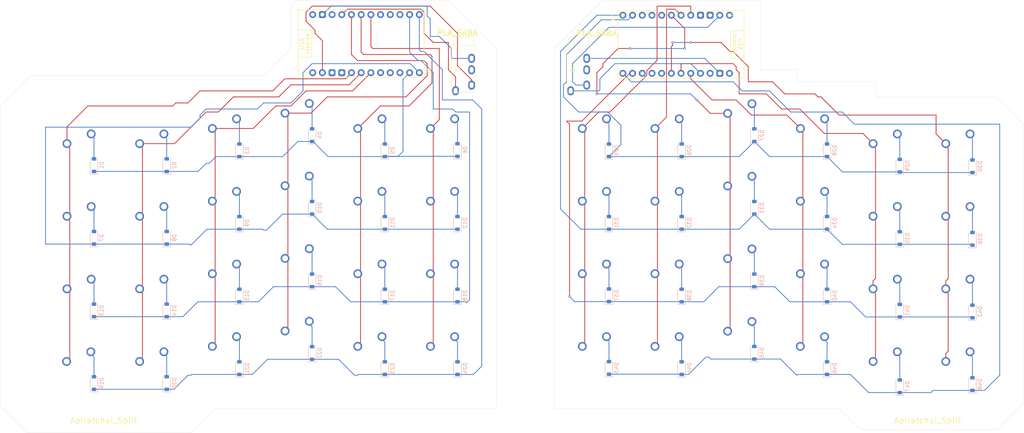
<source format=kicad_pcb>
(kicad_pcb (version 20240108) (generator "pcbnew") (generator_version "8.0")
  (layers (0 "F.Cu" signal) (31 "B.Cu" signal) (34 "B.Paste" user) (35 "F.Paste" user) (36 "B.SilkS" user "B.Silkscreen") (37 "F.SilkS" user "F.Silkscreen") (38 "B.Mask" user) (39 "F.Mask" user) (44 "Edge.Cuts" user))
  (net 0 "")
  (net 1 "Net-(D1-A)")
  (net 2 "Row0")
  (net 3 "Net-(D2-A)")
  (net 4 "Net-(D3-A)")
  (net 5 "Net-(D4-A)")
  (net 6 "Net-(D5-A)")
  (net 7 "Net-(D6-A)")
  (net 8 "Net-(D7-A)")
  (net 9 "Row1")
  (net 10 "Net-(D8-A)")
  (net 11 "Net-(D9-A)")
  (net 12 "Net-(D10-A)")
  (net 13 "Net-(D11-A)")
  (net 14 "Net-(D12-A)")
  (net 15 "Row2")
  (net 16 "Net-(D13-A)")
  (net 17 "Net-(D14-A)")
  (net 18 "Net-(D15-A)")
  (net 19 "Net-(D16-A)")
  (net 20 "Net-(D17-A)")
  (net 21 "Net-(D18-A)")
  (net 22 "Row3")
  (net 23 "Net-(D19-A)")
  (net 24 "Net-(D20-A)")
  (net 25 "Net-(D21-A)")
  (net 26 "Net-(D22-A)")
  (net 27 "Net-(D23-A)")
  (net 28 "Net-(D24-A)")
  (net 29 "Row0R")
  (net 30 "Row1R")
  (net 34 "Row2R")
  (net 37 "Row3R")
  (net 40 "Net-(J1-Pin_16)")
  (net 41 "Col0")
  (net 44 "Net-(J1-Pin_2)")
  (net 45 "Col3")
  (net 46 "Col1")
  (net 48 "Col5")
  (net 49 "Col4")
  (net 50 "Net-(J1-Pin_14)")
  (net 51 "Col2")
  (net 53 "Net-(J4-Pin_14)")
  (net 54 "Net-(J4-Pin_16)")
  (net 55 "Net-(J4-Pin_2)")
  (net 56 "Col3R")
  (net 57 "Col5R")
  (net 58 "Col4R")
  (net 59 "Col0R")
  (net 61 "Col2R")
  (net 62 "Col1R")
  (net 64 "Net-(D25-A)")
  (net 65 "Net-(D26-A)")
  (net 66 "Net-(D27-A)")
  (net 67 "Net-(D28-A)")
  (net 68 "Net-(D29-A)")
  (net 69 "Net-(D30-A)")
  (net 70 "Net-(D31-A)")
  (net 71 "Net-(D32-A)")
  (net 72 "Net-(D33-A)")
  (net 73 "Net-(D34-A)")
  (net 74 "Net-(D35-A)")
  (net 75 "Net-(D36-A)")
  (net 76 "Net-(D37-A)")
  (net 77 "Net-(D38-A)")
  (net 78 "Net-(D39-A)")
  (net 79 "Net-(D40-A)")
  (net 80 "Net-(D41-A)")
  (net 81 "Net-(D42-A)")
  (net 82 "Net-(D43-A)")
  (net 83 "Net-(D44-A)")
  (net 84 "Net-(D45-A)")
  (net 85 "Net-(D46-A)")
  (net 86 "Net-(D47-A)")
  (net 87 "Net-(D48-A)")
  (footprint "PCM_marbastlib-mx:SW_MX_1u" (layer "F.Cu") (at 162.71875 123.5375)
    (property "Reference" "MX43" (hide yes))
    (property "Value" "MX_SW_solder")
  )
  (footprint "PCM_marbastlib-mx:SW_MX_1u" (layer "F.Cu") (at 181.76875 66.3875)
    (property "Reference" "MX26" (hide yes))
    (property "Value" "MX_SW_solder")
  )
  (footprint "PCM_marbastlib-mx:SW_MX_1u" (layer "F.Cu") (at 27.68125 89.40625)
    (property "Reference" "MX7" (hide yes))
    (property "Value" "MX_SW_solder")
  )
  (footprint "PCM_marbastlib-xp-various:CON_MJ-4PP-9" (layer "F.Cu") (at 157.95625 48.20625 -90)
    (property "Reference" "J3")
    (property "Value" "AudioJack4")
  )
  (footprint "PCM_marbastlib-mx:SW_MX_1u" (layer "F.Cu") (at 162.71875 85.4375)
    (property "Reference" "MX31" (hide yes))
    (property "Value" "MX_SW_solder")
  )
  (footprint "PCM_marbastlib-mx:SW_MX_1u" (layer "F.Cu") (at 65.78125 123.5375)
    (property "Reference" "MX21" (hide yes))
    (property "Value" "MX_SW_solder")
  )
  (footprint "PCM_marbastlib-mx:SW_MX_1u" (layer "F.Cu") (at 122.93125 104.4875)
    (property "Reference" "MX18" (hide yes))
    (property "Value" "MX_SW_solder")
  )
  (footprint "PCM_marbastlib-mx:SW_MX_1u" (layer "F.Cu") (at 122.93125 123.5375)
    (property "Reference" "MX24" (hide yes))
    (property "Value" "MX_SW_solder")
  )
  (footprint "PCM_marbastlib-xp-various:CON_MJ-4PP-9" (layer "F.Cu") (at 127.79375 48.20625 -90)
    (property "Reference" "J2")
    (property "Value" "AudioJack4")
  )
  (footprint "PCM_marbastlib-mx:SW_MX_1u" (layer "F.Cu") (at 238.91875 127.50625)
    (property "Reference" "MX47" (hide yes))
    (property "Value" "MX_SW_solder")
  )
  (footprint "PCM_marbastlib-mx:SW_MX_1u" (layer "F.Cu") (at 200.81875 62.41875)
    (property "Reference" "MX27" (hide yes))
    (property "Value" "MX_SW_solder")
  )
  (footprint "PCM_marbastlib-mx:SW_MX_1u" (layer "F.Cu") (at 181.76875 123.5375)
    (property "Reference" "MX44" (hide yes))
    (property "Value" "MX_SW_solder")
  )
  (footprint "PCM_marbastlib-mx:SW_MX_1u" (layer "F.Cu") (at 46.73125 89.40625)
    (property "Reference" "MX8" (hide yes))
    (property "Value" "MX_SW_solder")
  )
  (footprint "PCM_marbastlib-mx:SW_MX_1u" (layer "F.Cu") (at 200.81875 100.51875)
    (property "Reference" "MX39" (hide yes))
    (property "Value" "MX_SW_solder")
  )
  (footprint "PCM_marbastlib-xp-promicroish:ProMicro_USBup" (layer "F.Cu") (at 102.235 41.5925 90)
    (property "Reference" "J1")
    (property "Value" "Conn_02x12_Top_Bottom")
  )
  (footprint "PCM_marbastlib-mx:SW_MX_1u" (layer "F.Cu") (at 27.68125 70.35625)
    (property "Reference" "MX1" (hide yes))
    (property "Value" "MX_SW_solder")
  )
  (footprint "PCM_marbastlib-mx:SW_MX_1u" (layer "F.Cu") (at 65.78125 104.4875)
    (property "Reference" "MX15" (hide yes))
    (property "Value" "MX_SW_solder")
  )
  (footprint "PCM_marbastlib-mx:SW_MX_1u" (layer "F.Cu") (at 162.71875 66.3875)
    (property "Reference" "MX25" (hide yes))
    (property "Value" "MX_SW_solder")
  )
  (footprint "PCM_marbastlib-mx:SW_MX_1u" (layer "F.Cu") (at 162.71875 104.4875)
    (property "Reference" "MX37" (hide yes))
    (property "Value" "MX_SW_solder")
  )
  (footprint "PCM_marbastlib-xp-promicroish:ProMicro_USBup" (layer "F.Cu") (at 183.515 41.75125 -90)
    (property "Reference" "J4")
    (property "Value" "Conn_02x12_Top_Bottom")
  )
  (footprint "PCM_marbastlib-mx:SW_MX_1u" (layer "F.Cu") (at 200.81875 119.56875)
    (property "Reference" "MX45" (hide yes))
    (property "Value" "MX_SW_solder")
  )
  (footprint "PCM_marbastlib-mx:SW_MX_1u" (layer "F.Cu") (at 65.78125 66.3875)
    (property "Reference" "MX3" (hide yes))
    (property "Value" "MX_SW_solder")
  )
  (footprint "PCM_marbastlib-mx:SW_MX_1u" (layer "F.Cu") (at 219.85 123.54375)
    (property "Reference" "MX46" (hide yes))
    (property "Value" "MX_SW_solder")
  )
  (footprint "PCM_marbastlib-mx:SW_MX_1u" (layer "F.Cu") (at 238.91875 108.45625)
    (property "Reference" "MX41" (hide yes))
    (property "Value" "MX_SW_solder")
  )
  (footprint "PCM_marbastlib-mx:SW_MX_1u" (layer "F.Cu") (at 46.73125 127.50625)
    (property "Reference" "MX20" (hide yes))
    (property "Value" "MX_SW_solder")
  )
  (footprint "PCM_marbastlib-mx:SW_MX_1u" (layer "F.Cu") (at 84.83125 119.50625)
    (property "Reference" "MX22" (hide yes))
    (property "Value" "MX_SW_solder")
  )
  (footprint "PCM_marbastlib-mx:SW_MX_1u" (layer "F.Cu") (at 200.81875 81.46875)
    (property "Reference" "MX33" (hide yes))
    (property "Value" "MX_SW_solder")
  )
  (footprint "PCM_marbastlib-mx:SW_MX_1u" (layer "F.Cu") (at 103.88125 104.4875)
    (property "Reference" "MX17" (hide yes))
    (property "Value" "MX_SW_solder")
  )
  (footprint "PCM_marbastlib-mx:SW_MX_1u" (layer "F.Cu") (at 103.88125 66.3875)
    (property "Reference" "MX5" (hide yes))
    (property "Value" "MX_SW_solder")
  )
  (footprint "PCM_marbastlib-mx:SW_MX_1u" (layer "F.Cu") (at 65.78125 85.4375)
    (property "Reference" "MX9" (hide yes))
    (property "Value" "MX_SW_solder")
  )
  (footprint "PCM_marbastlib-mx:SW_MX_1u" (layer "F.Cu") (at 219.86875 85.4375)
    (property "Reference" "MX34" (hide yes))
    (property "Value" "MX_SW_solder")
  )
  (footprint "PCM_marbastlib-mx:SW_MX_1u" (layer "F.Cu") (at 181.76875 85.4375)
    (property "Reference" "MX32" (hide yes))
    (property "Value" "MX_SW_solder")
  )
  (footprint "PCM_marbastlib-mx:SW_MX_1u" (layer "F.Cu") (at 257.96875 127.50625)
    (property "Reference" "MX48" (hide yes))
    (property "Value" "MX_SW_solder")
  )
  (footprint "PCM_marbastlib-mx:SW_MX_1u" (layer "F.Cu") (at 219.86875 104.4875)
    (property "Reference" "MX40" (hide yes))
    (property "Value" "MX_SW_solder")
  )
  (footprint "PCM_marbastlib-mx:SW_MX_1u" (layer "F.Cu") (at 103.88125 85.4375)
    (property "Reference" "MX11" (hide yes))
    (property "Value" "MX_SW_solder")
  )
  (footprint "PCM_marbastlib-mx:SW_MX_1u" (layer "F.Cu") (at 103.88125 123.5375)
    (property "Reference" "MX23" (hide yes))
    (property "Value" "MX_SW_solder")
  )
  (footprint "PCM_marbastlib-mx:SW_MX_1u" (layer "F.Cu") (at 46.73125 108.45625)
    (property "Reference" "MX14" (hide yes))
    (property "Value" "MX_SW_solder")
  )
  (footprint "PCM_marbastlib-mx:SW_MX_1u" (layer "F.Cu") (at 27.5825 127.50625)
    (property "Reference" "MX19" (hide yes))
    (property "Value" "MX_SW_solder")
  )
  (footprint "PCM_marbastlib-mx:SW_MX_1u" (layer "F.Cu") (at 122.93125 85.4375)
    (property "Reference" "MX12" (hide yes))
    (property "Value" "MX_SW_solder")
  )
  (footprint "PCM_marbastlib-mx:SW_MX_1u" (layer "F.Cu") (at 257.96875 70.35625)
    (property "Reference" "MX30" (hide yes))
    (property "Value" "MX_SW_solder")
  )
  (footprint "PCM_marbastlib-mx:SW_MX_1u" (layer "F.Cu") (at 84.83125 81.40625)
    (property "Reference" "MX10" (hide yes))
    (property "Value" "MX_SW_solder")
  )
  (footprint "PCM_marbastlib-mx:SW_MX_1u" (layer "F.Cu") (at 46.73125 70.35625)
    (property "Reference" "MX2" (hide yes))
    (property "Value" "MX_SW_solder")
  )
  (footprint "PCM_marbastlib-mx:SW_MX_1u" (layer "F.Cu") (at 257.96875 108.45625)
    (property "Reference" "MX42" (hide yes))
    (property "Value" "MX_SW_solder")
  )
  (footprint "PCM_marbastlib-mx:SW_MX_1u" (layer "F.Cu") (at 84.83125 100.45625)
    (property "Reference" "MX16" (hide yes))
    (property "Value" "MX_SW_solder")
  )
  (footprint "PCM_marbastlib-mx:SW_MX_1u" (layer "F.Cu") (at 238.91875 70.35625)
    (property "Reference" "MX29" (hide yes))
    (property "Value" "MX_SW_solder")
  )
  (footprint "PCM_marbastlib-mx:SW_MX_1u" (layer "F.Cu") (at 219.86875 66.3875)
    (property "Reference" "MX28" (hide yes))
    (property "Value" "MX_SW_solder")
  )
  (footprint "PCM_marbastlib-mx:SW_MX_1u" (layer "F.Cu") (at 257.96875 89.40625)
    (property "Reference" "MX36" (hide yes))
    (property "Value" "MX_SW_solder")
  )
  (footprint "PCM_marbastlib-mx:SW_MX_1u" (layer "F.Cu") (at 27.68125 108.45625)
    (property "Reference" "MX13" (hide yes))
    (property "Value" "MX_SW_solder")
  )
  (footprint "PCM_marbastlib-mx:SW_MX_1u" (layer "F.Cu") (at 84.83125 62.35625)
    (property "Reference" "MX4" (hide yes))
    (property "Value" "MX_SW_solder")
  )
  (footprint "PCM_marbastlib-mx:SW_MX_1u" (layer "F.Cu") (at 181.76875 104.4875)
    (property "Reference" "MX38" (hide yes))
    (property "Value" "MX_SW_solder")
  )
  (footprint "PCM_marbastlib-mx:SW_MX_1u" (layer "F.Cu") (at 238.91875 89.40625)
    (property "Reference" "MX35" (hide yes))
    (property "Value" "MX_SW_solder")
  )
  (footprint "PCM_marbastlib-mx:SW_MX_1u" (layer "F.Cu") (at 122.93125 66.3875)
    (property "Reference" "MX6" (hide yes))
    (property "Value" "MX_SW_solder")
  )
  (footprint "Diode_SMD:D_SOD-123" (layer "B.Cu") (at 88.10625 103.69375 90)
    (property "Reference" "D16")
    (property "Value" "D_Small")
  )
  (footprint "Diode_SMD:D_SOD-123" (layer "B.Cu") (at 126.20625 88.6125 90)
    (property "Reference" "D12")
    (property "Value" "D_Small")
  )
  (footprint "Diode_SMD:D_SOD-123" (layer "B.Cu") (at 184.94375 69.5625 90)
    (property "Reference" "D26")
    (property "Value" "D_Small")
  )
  (footprint "Diode_SMD:D_SOD-123" (layer "B.Cu") (at 107.15625 107.6625 90)
    (property "Reference" "D17")
    (property "Value" "D_Small")
  )
  (footprint "Diode_SMD:D_SOD-123" (layer "B.Cu") (at 88.10625 84.64375 90)
    (property "Reference" "D10")
    (property "Value" "D_Small")
  )
  (footprint "Diode_SMD:D_SOD-123" (layer "B.Cu") (at 184.94375 126.7125 90)
    (property "Reference" "D44")
    (property "Value" "D_Small")
  )
  (footprint "Diode_SMD:D_SOD-123" (layer "B.Cu") (at 165.89375 107.6 90)
    (property "Reference" "D37")
    (property "Value" "D_Small")
  )
  (footprint "Diode_SMD:D_SOD-123" (layer "B.Cu") (at 223.04375 88.6125 90)
    (property "Reference" "D34")
    (property "Value" "D_Small")
  )
  (footprint "Diode_SMD:D_SOD-123" (layer "B.Cu") (at 30.95625 111.56875 90)
    (property "Reference" "D13")
    (property "Value" "D_Small")
  )
  (footprint "Diode_SMD:D_SOD-123" (layer "B.Cu") (at 50.00625 92.51875 90)
    (property "Reference" "D8")
    (property "Value" "D_Small")
  )
  (footprint "Diode_SMD:D_SOD-123" (layer "B.Cu") (at 107.15625 126.7125 90)
    (property "Reference" "D23")
    (property "Value" "D_Small")
  )
  (footprint "Diode_SMD:D_SOD-123" (layer "B.Cu") (at 126.20625 126.7125 90)
    (property "Reference" "D24")
    (property "Value" "D_Small")
  )
  (footprint "Diode_SMD:D_SOD-123" (layer "B.Cu") (at 184.94375 88.6125 90)
    (property "Reference" "D32")
    (property "Value" "D_Small")
  )
  (footprint "Diode_SMD:D_SOD-123" (layer "B.Cu") (at 50.00625 111.56875 90)
    (property "Reference" "D14")
    (property "Value" "D_Small")
  )
  (footprint "Diode_SMD:D_SOD-123" (layer "B.Cu") (at 223.04375 69.5625 90)
    (property "Reference" "D28")
    (property "Value" "D_Small")
  )
  (footprint "Diode_SMD:D_SOD-123" (layer "B.Cu") (at 88.10625 65.59375 90)
    (property "Reference" "D4")
    (property "Value" "D_Small")
  )
  (footprint "Diode_SMD:D_SOD-123" (layer "B.Cu") (at 165.89375 126.65 90)
    (property "Reference" "D43")
    (property "Value" "D_Small")
  )
  (footprint "Diode_SMD:D_SOD-123" (layer "B.Cu") (at 184.94375 107.6625 90)
    (property "Reference" "D38")
    (property "Value" "D_Small")
  )
  (footprint "Diode_SMD:D_SOD-123" (layer "B.Cu") (at 50.00625 73.46875 90)
    (property "Reference" "D2")
    (property "Value" "D_Small")
  )
  (footprint "Diode_SMD:D_SOD-123" (layer "B.Cu") (at 242.09375 111.63125 90)
    (property "Reference" "D41")
    (property "Value" "D_Small")
  )
  (footprint "Diode_SMD:D_SOD-123" (layer "B.Cu") (at 69.05625 126.7125 90)
    (property "Reference" "D21")
    (property "Value" "D_Small")
  )
  (footprint "Diode_SMD:D_SOD-123" (layer "B.Cu") (at 126.20625 69.5 90)
    (property "Reference" "D6")
    (property "Value" "D_Small")
  )
  (footprint "Diode_SMD:D_SOD-123" (layer "B.Cu") (at 242.09375 131.475 90)
    (property "Reference" "D47")
    (property "Value" "D_Small")
  )
  (footprint "Diode_SMD:D_SOD-123" (layer "B.Cu") (at 203.99375 84.64375 90)
    (property "Reference" "D33")
    (property "Value" "D_Small")
  )
  (footprint "Diode_SMD:D_SOD-123" (layer "B.Cu") (at 261.14375 130.90625 90)
    (property "Reference" "D48")
    (property "Value" "D_Small")
  )
  (footprint "Diode_SMD:D_SOD-123" (layer "B.Cu") (at 261.14375 92.80625 90)
    (property "Reference" "D36")
    (property "Value" "D_Small")
  )
  (footprint "Diode_SMD:D_SOD-123" (layer "B.Cu") (at 30.95625 92.51875 90)
    (property "Reference" "D7")
    (property "Value" "D_Small")
  )
  (footprint "Diode_SMD:D_SOD-123" (layer "B.Cu") (at 69.05625 69.5625 90)
    (property "Reference" "D3")
    (property "Value" "D_Small")
  )
  (footprint "Diode_SMD:D_SOD-123" (layer "B.Cu") (at 88.10625 122.74375 90)
    (property "Reference" "D22")
    (property "Value" "D_Small")
  )
  (footprint "Diode_SMD:D_SOD-123" (layer "B.Cu") (at 50.00625 130.61875 90)
    (property "Reference" "D20")
    (property "Value" "D_Small")
  )
  (footprint "Diode_SMD:D_SOD-123" (layer "B.Cu") (at 203.99375 65.59375 90)
    (property "Reference" "D27")
    (property "Value" "D_Small")
  )
  (footprint "Diode_SMD:D_SOD-123" (layer "B.Cu") (at 261.14375 73.75625 90)
    (property "Reference" "D30")
    (property "Value" "D_Small")
  )
  (footprint "Diode_SMD:D_SOD-123" (layer "B.Cu") (at 203.99375 122.68125 90)
    (property "Reference" "D45")
    (property "Value" "D_Small")
  )
  (footprint "Diode_SMD:D_SOD-123" (layer "B.Cu") (at 203.99375 103.69375 90)
    (property "Reference" "D39")
    (property "Value" "D_Small")
  )
  (footprint "Diode_SMD:D_SOD-123" (layer "B.Cu") (at 107.15625 69.5625 90)
    (property "Reference" "D5")
    (property "Value" "D_Small")
  )
  (footprint "Diode_SMD:D_SOD-123" (layer "B.Cu") (at 261.14375 111.85625 90)
    (property "Reference" "D42")
    (property "Value" "D_Small")
  )
  (footprint "Diode_SMD:D_SOD-123" (layer "B.Cu") (at 242.09375 92.58125 90)
    (property "Reference" "D35")
    (property "Value" "D_Small")
  )
  (footprint "Diode_SMD:D_SOD-123" (layer "B.Cu") (at 69.05625 107.6625 90)
    (property "Reference" "D15")
    (property "Value" "D_Small")
  )
  (footprint "Diode_SMD:D_SOD-123" (layer "B.Cu") (at 223.04375 126.7125 90)
    (property "Reference" "D46")
    (property "Value" "D_Small")
  )
  (footprint "Diode_SMD:D_SOD-123" (layer "B.Cu") (at 165.89375 88.6125 90)
    (property "Reference" "D31")
    (property "Value" "D_Small")
  )
  (footprint "Diode_SMD:D_SOD-123" (layer "B.Cu") (at 30.95625 130.61875 90)
    (property "Reference" "D19")
    (property "Value" "D_Small")
  )
  (footprint "Diode_SMD:D_SOD-123" (layer "B.Cu") (at 30.95625 73.46875 90)
    (property "Reference" "D1")
    (property "Value" "D_Small")
  )
  (footprint "Diode_SMD:D_SOD-123" (layer "B.Cu") (at 69.05625 88.6125 90)
    (property "Reference" "D9")
    (property "Value" "D_Small")
  )
  (footprint "Diode_SMD:D_SOD-123" (layer "B.Cu") (at 126.20625 107.6625 90)
    (property "Reference" "D18")
    (property "Value" "D_Small")
  )
  (footprint "Diode_SMD:D_SOD-123" (layer "B.Cu") (at 165.89375 69.5625 90)
    (property "Reference" "D25")
    (property "Value" "D_Small")
  )
  (footprint "Diode_SMD:D_SOD-123" (layer "B.Cu") (at 223.04375 107.6625 90)
    (property "Reference" "D40")
    (property "Value" "D_Small")
  )
  (footprint "Diode_SMD:D_SOD-123" (layer "B.Cu") (at 107.15625 88.6125 90)
    (property "Reference" "D11")
    (property "Value" "D_Small")
  )
  (footprint "Diode_SMD:D_SOD-123" (layer "B.Cu") (at 242.09375 73.59375 90)
    (property "Reference" "D29")
    (property "Value" "D_Small")
  )
  (gr_line (start 226.21875 137.31875) (end 231.775 142.875) (stroke (width 0.05)) (layer "Edge.Cuts"))
  (gr_line (start 151.60625 42.8625) (end 151.60625 137.31875) (stroke (width 0.05)) (layer "Edge.Cuts"))
  (gr_line (start 56.35625 143.66875) (end 62.70625 137.31875) (stroke (width 0.05)) (layer "Edge.Cuts"))
  (gr_line (start 215.10625 51.59375) (end 215.10625 48.41875) (stroke (width 0.05)) (layer "Edge.Cuts"))
  (gr_line (start 123.825 30.1625) (end 134.9375 41.275) (stroke (width 0.05)) (layer "Edge.Cuts"))
  (gr_line (start 82.55 42.8625) (end 75.40625 50.00625) (stroke (width 0.05)) (layer "Edge.Cuts"))
  (gr_line (start 84.1375 30.1625) (end 120.65 30.1625) (stroke (width 0.05)) (layer "Edge.Cuts"))
  (gr_line (start 82.55 42.8625) (end 82.55 31.75) (stroke (width 0.05)) (layer "Edge.Cuts"))
  (gr_line (start 136.525 42.8625) (end 136.525 137.31875) (stroke (width 0.05)) (layer "Edge.Cuts"))
  (gr_line (start 205.58125 48.41875) (end 205.58125 30.1625) (stroke (width 0.05)) (layer "Edge.Cuts"))
  (gr_line (start 6.35 136.525) (end 13.49375 143.66875) (stroke (width 0.05)) (layer "Edge.Cuts"))
  (gr_line (start 274.6375 62.70625) (end 267.49375 55.5625) (stroke (width 0.05)) (layer "Edge.Cuts"))
  (gr_line (start 136.525 137.31875) (end 62.70625 137.31875) (stroke (width 0.05)) (layer "Edge.Cuts"))
  (gr_line (start 13.49375 143.66875) (end 56.35625 143.66875) (stroke (width 0.05)) (layer "Edge.Cuts"))
  (gr_line (start 75.40625 50.00625) (end 14.2875 50.00625) (stroke (width 0.05)) (layer "Edge.Cuts"))
  (gr_line (start 167.48125 30.1625) (end 164.30625 30.1625) (stroke (width 0.05)) (layer "Edge.Cuts"))
  (gr_line (start 267.49375 55.5625) (end 235.74375 55.5625) (stroke (width 0.05)) (layer "Edge.Cuts"))
  (gr_line (start 205.58125 30.1625) (end 167.48125 30.1625) (stroke (width 0.05)) (layer "Edge.Cuts"))
  (gr_line (start 235.74375 55.5625) (end 235.74375 51.59375) (stroke (width 0.05)) (layer "Edge.Cuts"))
  (gr_line (start 231.775 142.875) (end 267.49375 142.875) (stroke (width 0.05)) (layer "Edge.Cuts"))
  (gr_line (start 215.10625 48.41875) (end 205.58125 48.41875) (stroke (width 0.05)) (layer "Edge.Cuts"))
  (gr_line (start 120.65 30.1625) (end 123.825 30.1625) (stroke (width 0.05)) (layer "Edge.Cuts"))
  (gr_line (start 6.35 57.94375) (end 6.35 136.525) (stroke (width 0.05)) (layer "Edge.Cuts"))
  (gr_line (start 134.9375 41.275) (end 136.525 42.8625) (stroke (width 0.05)) (layer "Edge.Cuts"))
  (gr_line (start 274.6375 135.73125) (end 274.6375 62.70625) (stroke (width 0.05)) (layer "Edge.Cuts"))
  (gr_line (start 151.60625 137.31875) (end 226.21875 137.31875) (stroke (width 0.05)) (layer "Edge.Cuts"))
  (gr_line (start 14.2875 50.00625) (end 6.35 57.94375) (stroke (width 0.05)) (layer "Edge.Cuts"))
  (gr_line (start 235.74375 51.59375) (end 215.10625 51.59375) (stroke (width 0.05)) (layer "Edge.Cuts"))
  (gr_line (start 267.49375 142.875) (end 274.6375 135.73125) (stroke (width 0.05)) (layer "Edge.Cuts"))
  (gr_line (start 153.19375 41.275) (end 151.60625 42.8625) (stroke (width 0.05)) (layer "Edge.Cuts"))
  (gr_line (start 164.30625 30.1625) (end 153.19375 41.275) (stroke (width 0.05)) (layer "Edge.Cuts"))
  (gr_line (start 82.55 31.75) (end 84.1375 30.1625) (stroke (width 0.05)) (layer "Edge.Cuts"))
  (gr_text "Apiratchai_Split" (at 240.50625 141.2875 0) (layer "F.SilkS") (effects (font (size 1.5 1.5) (thickness 0.1875)) (justify left bottom)))
  (gr_text "Apiratchai_Split" (at 24.60625 141.2875 0) (layer "F.SilkS") (effects (font (size 1.5 1.5) (thickness 0.1875)) (justify left bottom)))
  (gr_text "PLA_SABA" (at 120.65 39.6875 0) (layer "F.SilkS") (effects (font (size 1.5 1.5) (thickness 0.3) (bold yes)) (justify left bottom)))
  (gr_text "PLA_SABA" (at 157.1625 39.6875 0) (layer "F.SilkS") (effects (font (size 1.5 1.5) (thickness 0.3) (bold yes)) (justify left bottom)))
  (segment (start 30.82625 65.88125) (end 30.95625 65.88125) (width 0.2) (layer "B.Cu") (net 1))
  (segment (start 30.95625 65.88125) (end 30.95625 71.81875) (width 0.2) (layer "B.Cu") (net 1))
  (segment (start 30.22125 65.27625) (end 30.82625 65.88125) (width 0.2) (layer "B.Cu") (net 1))
  (segment (start 80.39375 71.2125) (end 84.3625 67.24375) (width 0.2) (layer "B.Cu") (net 2))
  (segment (start 107.725 71.2125) (end 107.7875 71.15) (width 0.2) (layer "B.Cu") (net 2))
  (segment (start 88.10625 67.24375) (end 88.33125 67.24375) (width 0.2) (layer "B.Cu") (net 2))
  (segment (start 58.23125 75.11875) (end 60.325 73.025) (width 0.2) (layer "B.Cu") (net 2))
  (segment (start 84.3625 67.24375) (end 88.10625 67.24375) (width 0.2) (layer "B.Cu") (net 2))
  (segment (start 50.00625 75.11875) (end 58.23125 75.11875) (width 0.2) (layer "B.Cu") (net 2))
  (segment (start 111.91875 50.95875) (end 111.91875 69.85) (width 0.2) (layer "B.Cu") (net 2))
  (segment (start 113.665 49.2125) (end 111.91875 50.95875) (width 0.2) (layer "B.Cu") (net 2))
  (segment (start 30.95625 75.11875) (end 50.00625 75.11875) (width 0.2) (layer "B.Cu") (net 2))
  (segment (start 88.33125 67.24375) (end 92.3 71.2125) (width 0.2) (layer "B.Cu") (net 2))
  (segment (start 60.325 73.025) (end 61.11875 73.025) (width 0.2) (layer "B.Cu") (net 2))
  (segment (start 107.7875 71.15) (end 126.20625 71.15) (width 0.2) (layer "B.Cu") (net 2))
  (segment (start 62.93125 71.2125) (end 69.05625 71.2125) (width 0.2) (layer "B.Cu") (net 2))
  (segment (start 110.55625 71.2125) (end 107.15625 71.2125) (width 0.2) (layer "B.Cu") (net 2))
  (segment (start 92.3 71.2125) (end 107.15625 71.2125) (width 0.2) (layer "B.Cu") (net 2))
  (segment (start 69.05625 71.2125) (end 80.39375 71.2125) (width 0.2) (layer "B.Cu") (net 2))
  (segment (start 111.91875 69.85) (end 110.55625 71.2125) (width 0.2) (layer "B.Cu") (net 2))
  (segment (start 107.15625 71.2125) (end 107.725 71.2125) (width 0.2) (layer "B.Cu") (net 2))
  (segment (start 61.11875 73.025) (end 62.93125 71.2125) (width 0.2) (layer "B.Cu") (net 2))
  (segment (start 50.00625 65.88125) (end 50.00625 71.81875) (width 0.2) (layer "B.Cu") (net 3))
  (segment (start 49.27125 65.27625) (end 49.40125 65.27625) (width 0.2) (layer "B.Cu") (net 3))
  (segment (start 50.00625 65.88125) (end 49.40125 65.27625) (width 0.2) (layer "B.Cu") (net 3))
  (segment (start 69.05625 61.9125) (end 69.05625 67.9125) (width 0.2) (layer "B.Cu") (net 4))
  (segment (start 68.32125 61.3075) (end 68.45125 61.3075) (width 0.2) (layer "B.Cu") (net 4))
  (segment (start 69.05625 61.9125) (end 68.45125 61.3075) (width 0.2) (layer "B.Cu") (net 4))
  (segment (start 88.10625 57.94375) (end 87.43875 57.27625) (width 0.2) (layer "B.Cu") (net 5))
  (segment (start 87.37125 57.27625) (end 87.43875 57.27625) (width 0.2) (layer "B.Cu") (net 5))
  (segment (start 88.10625 57.94375) (end 88.10625 63.94375) (width 0.2) (layer "B.Cu") (net 5))
  (segment (start 106.42125 61.3075) (end 106.55125 61.3075) (width 0.2) (layer "B.Cu") (net 6))
  (segment (start 107.15625 61.9125) (end 107.15625 67.9125) (width 0.2) (layer "B.Cu") (net 6))
  (segment (start 107.15625 61.9125) (end 106.55125 61.3075) (width 0.2) (layer "B.Cu") (net 6))
  (segment (start 125.47125 61.3075) (end 125.60125 61.3075) (width 0.2) (layer "B.Cu") (net 7))
  (segment (start 126.20625 61.9125) (end 126.20625 67.85) (width 0.2) (layer "B.Cu") (net 7))
  (segment (start 126.20625 61.9125) (end 125.60125 61.3075) (width 0.2) (layer "B.Cu") (net 7))
  (segment (start 30.95625 84.93125) (end 30.35125 84.32625) (width 0.2) (layer "B.Cu") (net 8))
  (segment (start 30.22125 84.32625) (end 30.35125 84.32625) (width 0.2) (layer "B.Cu") (net 8))
  (segment (start 30.95625 84.93125) (end 30.95625 90.86875) (width 0.2) (layer "B.Cu") (net 8))
  (segment (start 126.20625 90.2625) (end 107.15625 90.2625) (width 0.2) (layer "B.Cu") (net 9))
  (segment (start 18.25625 94.16875) (end 30.95625 94.16875) (width 0.2) (layer "B.Cu") (net 9))
  (segment (start 75.40625 90.4875) (end 75.18125 90.2625) (width 0.2) (layer "B.Cu") (net 9))
  (segment (start 113.82375 46.83125) (end 88.10625 46.83125) (width 0.2) (layer "B.Cu") (net 9))
  (segment (start 92.075 90.2625) (end 88.10625 86.29375) (width 0.2) (layer "B.Cu") (net 9))
  (segment (start 107.15625 90.2625) (end 92.075 90.2625) (width 0.2) (layer "B.Cu") (net 9))
  (segment (start 80.39375 86.29375) (end 76.2 90.4875) (width 0.2) (layer "B.Cu") (net 9))
  (segment (start 58.7375 60.325) (end 58.7375 61.11875) (width 0.2) (layer "B.Cu") (net 9))
  (segment (start 58.7375 61.11875) (end 56.35625 63.5) (width 0.2) (layer "B.Cu") (net 9))
  (segment (start 18.25625 63.5) (end 18.25625 94.16875) (width 0.2) (layer "B.Cu") (net 9))
  (segment (start 69.05625 90.2625) (end 60.55 90.2625) (width 0.2) (layer "B.Cu") (net 9))
  (segment (start 116.205 49.2125) (end 113.82375 46.83125) (width 0.2) (layer "B.Cu") (net 9))
  (segment (start 73.81875 58.7375) (end 60.325 58.7375) (width 0.2) (layer "B.Cu") (net 9))
  (segment (start 56.06875 94.16875) (end 50.00625 94.16875) (width 0.2) (layer "B.Cu") (net 9))
  (segment (start 88.10625 86.29375) (end 80.39375 86.29375) (width 0.2) (layer "B.Cu") (net 9))
  (segment (start 88.10625 46.83125) (end 85.725 49.2125) (width 0.2) (layer "B.Cu") (net 9))
  (segment (start 75.18125 90.2625) (end 69.05625 90.2625) (width 0.2) (layer "B.Cu") (net 9))
  (segment (start 85.725 49.2125) (end 85.725 53.975) (width 0.2) (layer "B.Cu") (net 9))
  (segment (start 56.35625 63.5) (end 18.25625 63.5) (width 0.2) (layer "B.Cu") (net 9))
  (segment (start 82.55 57.15) (end 75.40625 57.15) (width 0.2) (layer "B.Cu") (net 9))
  (segment (start 85.725 53.975) (end 82.55 57.15) (width 0.2) (layer "B.Cu") (net 9))
  (segment (start 76.2 90.4875) (end 75.40625 90.4875) (width 0.2) (layer "B.Cu") (net 9))
  (segment (start 60.325 58.7375) (end 58.7375 60.325) (width 0.2) (layer "B.Cu") (net 9))
  (segment (start 30.95625 94.16875) (end 50.00625 94.16875) (width 0.2) (layer "B.Cu") (net 9))
  (segment (start 75.40625 57.15) (end 73.81875 58.7375) (width 0.2) (layer "B.Cu") (net 9))
  (segment (start 56.35625 94.45625) (end 56.06875 94.16875) (width 0.2) (layer "B.Cu") (net 9))
  (segment (start 60.55 90.2625) (end 56.35625 94.45625) (width 0.2) (layer "B.Cu") (net 9))
  (segment (start 50.00625 85.06125) (end 50.00625 90.86875) (width 0.2) (layer "B.Cu") (net 10))
  (segment (start 49.27125 84.32625) (end 50.00625 85.06125) (width 0.2) (layer "B.Cu") (net 10))
  (segment (start 69.05625 80.9625) (end 68.45125 80.3575) (width 0.2) (layer "B.Cu") (net 11))
  (segment (start 69.05625 80.9625) (end 69.05625 86.9625) (width 0.2) (layer "B.Cu") (net 11))
  (segment (start 68.32125 80.3575) (end 68.45125 80.3575) (width 0.2) (layer "B.Cu") (net 11))
  (segment (start 87.37125 76.32625) (end 87.43875 76.32625) (width 0.2) (layer "B.Cu") (net 12))
  (segment (start 88.10625 76.99375) (end 87.43875 76.32625) (width 0.2) (layer "B.Cu") (net 12))
  (segment (start 88.10625 76.99375) (end 88.10625 82.99375) (width 0.2) (layer "B.Cu") (net 12))
  (segment (start 106.42125 80.3575) (end 106.55125 80.3575) (width 0.2) (layer "B.Cu") (net 13))
  (segment (start 107.15625 80.9625) (end 107.15625 86.9625) (width 0.2) (layer "B.Cu") (net 13))
  (segment (start 107.15625 80.9625) (end 106.55125 80.3575) (width 0.2) (layer "B.Cu") (net 13))
  (segment (start 126.20625 80.9625) (end 125.60125 80.3575) (width 0.2) (layer "B.Cu") (net 14))
  (segment (start 126.20625 80.9625) (end 126.20625 86.9625) (width 0.2) (layer "B.Cu") (net 14))
  (segment (start 125.47125 80.3575) (end 125.60125 80.3575) (width 0.2) (layer "B.Cu") (net 14))
  (segment (start 113.665 33.9725) (end 113.665 43.815) (width 0.2) (layer "B.Cu") (net 15))
  (segment (start 115.8875 46.0375) (end 116.68125 46.0375) (width 0.2) (layer "B.Cu") (net 15))
  (segment (start 88.10625 105.34375) (end 94.23125 105.34375) (width 0.2) (layer "B.Cu") (net 15))
  (segment (start 128.3625 109.3125) (end 126.20625 109.3125) (width 0.2) (layer "B.Cu") (net 15))
  (segment (start 69.05625 109.3125) (end 74.04375 109.3125) (width 0.2) (layer "B.Cu") (net 15))
  (segment (start 58.16875 109.3125) (end 69.05625 109.3125) (width 0.2) (layer "B.Cu") (net 15))
  (segment (start 113.665 43.815) (end 115.8875 46.0375) (width 0.2) (layer "B.Cu") (net 15))
  (segment (start 30.95625 113.21875) (end 50.00625 113.21875) (width 0.2) (layer "B.Cu") (net 15))
  (segment (start 78.0125 105.34375) (end 88.10625 105.34375) (width 0.2) (layer "B.Cu") (net 15))
  (segment (start 119.85625 58.7375) (end 124.95186 58.7375) (width 0.2) (layer "B.Cu") (net 15))
  (segment (start 119.85625 49.2125) (end 119.85625 58.7375) (width 0.2) (layer "B.Cu") (net 15))
  (segment (start 116.68125 46.0375) (end 119.85625 49.2125) (width 0.2) (layer "B.Cu") (net 15))
  (segment (start 125.74561 59.53125) (end 129.38125 59.53125) (width 0.2) (layer "B.Cu") (net 15))
  (segment (start 74.04375 109.3125) (end 78.0125 105.34375) (width 0.2) (layer "B.Cu") (net 15))
  (segment (start 94.23125 105.34375) (end 98.2 109.3125) (width 0.2) (layer "B.Cu") (net 15))
  (segment (start 107.15625 109.3125) (end 126.20625 109.3125) (width 0.2) (layer "B.Cu") (net 15))
  (segment (start 128.5875 109.5375) (end 128.3625 109.3125) (width 0.2) (layer "B.Cu") (net 15))
  (segment (start 50.00625 113.21875) (end 54.2625 113.21875) (width 0.2) (layer "B.Cu") (net 15))
  (segment (start 98.2 109.3125) (end 107.15625 109.3125) (width 0.2) (layer "B.Cu") (net 15))
  (segment (start 129.38125 108.74375) (end 128.5875 109.5375) (width 0.2) (layer "B.Cu") (net 15))
  (segment (start 129.38125 59.53125) (end 129.38125 108.74375) (width 0.2) (layer "B.Cu") (net 15))
  (segment (start 54.2625 113.21875) (end 58.16875 109.3125) (width 0.2) (layer "B.Cu") (net 15))
  (segment (start 124.95186 58.7375) (end 125.74561 59.53125) (width 0.2) (layer "B.Cu") (net 15))
  (segment (start 30.95625 103.98125) (end 30.95625 109.91875) (width 0.2) (layer "B.Cu") (net 16))
  (segment (start 30.22125 103.37625) (end 30.35125 103.37625) (width 0.2) (layer "B.Cu") (net 16))
  (segment (start 30.35125 103.37625) (end 30.95625 103.98125) (width 0.2) (layer "B.Cu") (net 16))
  (segment (start 50.00625 103.98125) (end 50.00625 109.91875) (width 0.2) (layer "B.Cu") (net 17))
  (segment (start 49.27125 103.37625) (end 49.40125 103.37625) (width 0.2) (layer "B.Cu") (net 17))
  (segment (start 50.00625 103.98125) (end 49.40125 103.37625) (width 0.2) (layer "B.Cu") (net 17))
  (segment (start 68.32125 99.4075) (end 68.45125 99.4075) (width 0.2) (layer "B.Cu") (net 18))
  (segment (start 69.05625 100.0125) (end 69.05625 106.0125) (width 0.2) (layer "B.Cu") (net 18))
  (segment (start 69.05625 100.0125) (end 68.45125 99.4075) (width 0.2) (layer "B.Cu") (net 18))
  (segment (start 88.10625 96.04375) (end 87.43875 95.37625) (width 0.2) (layer "B.Cu") (net 19))
  (segment (start 88.10625 96.04375) (end 88.10625 102.04375) (width 0.2) (layer "B.Cu") (net 19))
  (segment (start 87.37125 95.37625) (end 87.43875 95.37625) (width 0.2) (layer "B.Cu") (net 19))
  (segment (start 107.15625 100.0125) (end 107.15625 106.0125) (width 0.2) (layer "B.Cu") (net 20))
  (segment (start 107.15625 100.0125) (end 106.55125 99.4075) (width 0.2) (layer "B.Cu") (net 20))
  (segment (start 106.42125 99.4075) (end 106.55125 99.4075) (width 0.2) (layer "B.Cu") (net 20))
  (segment (start 125.47125 99.4075) (end 125.60125 99.4075) (width 0.2) (layer "B.Cu") (net 21))
  (segment (start 126.20625 100.0125) (end 125.60125 99.4075) (width 0.2) (layer "B.Cu") (net 21))
  (segment (start 126.20625 100.0125) (end 126.20625 106.0125) (width 0.2) (layer "B.Cu") (net 21))
  (segment (start 50.00625 132.26875) (end 51.88125 132.26875) (width 0.2) (layer "B.Cu") (net 22))
  (segment (start 100.0125 128.5875) (end 100.2375 128.3625) (width 0.2) (layer "B.Cu") (net 22))
  (segment (start 130.175 56.35625) (end 132.55625 58.7375) (width 0.2) (layer "B.Cu") (net 22))
  (segment (start 132.55625 58.7375) (end 132.55625 126.20625) (width 0.2) (layer "B.Cu") (net 22))
  (segment (start 122.2375 48.41875) (end 122.2375 56.35625) (width 0.2) (layer "B.Cu") (net 22))
  (segment (start 116.68125 43.65625) (end 117.475 43.65625) (width 0.2) (layer "B.Cu") (net 22))
  (segment (start 56.58125 128.3625) (end 69.05625 128.3625) (width 0.2) (layer "B.Cu") (net 22))
  (segment (start 122.2375 56.35625) (end 130.175 56.35625) (width 0.2) (layer "B.Cu") (net 22))
  (segment (start 100.2375 128.3625) (end 107.15625 128.3625) (width 0.2) (layer "B.Cu") (net 22))
  (segment (start 76.425 124.39375) (end 88.10625 124.39375) (width 0.2) (layer "B.Cu") (net 22))
  (segment (start 88.10625 124.39375) (end 95.025 124.39375) (width 0.2) (layer "B.Cu") (net 22))
  (segment (start 117.475 43.65625) (end 122.2375 48.41875) (width 0.2) (layer "B.Cu") (net 22))
  (segment (start 99.21875 128.5875) (end 100.0125 128.5875) (width 0.2) (layer "B.Cu") (net 22))
  (segment (start 116.205 43.18) (end 116.68125 43.65625) (width 0.2) (layer "B.Cu") (net 22))
  (segment (start 69.05625 128.3625) (end 72.45625 128.3625) (width 0.2) (layer "B.Cu") (net 22))
  (segment (start 107.15625 128.3625) (end 126.20625 128.3625) (width 0.2) (layer "B.Cu") (net 22))
  (segment (start 55.5625 128.5875) (end 56.35625 128.5875) (width 0.2) (layer "B.Cu") (net 22))
  (segment (start 72.45625 128.3625) (end 76.425 124.39375) (width 0.2) (layer "B.Cu") (net 22))
  (segment (start 56.35625 128.5875) (end 56.58125 128.3625) (width 0.2) (layer "B.Cu") (net 22))
  (segment (start 30.95625 132.26875) (end 50.00625 132.26875) (width 0.2) (layer "B.Cu") (net 22))
  (segment (start 132.55625 126.20625) (end 130.4 128.3625) (width 0.2) (layer "B.Cu") (net 22))
  (segment (start 51.88125 132.26875) (end 55.5625 128.5875) (width 0.2) (layer "B.Cu") (net 22))
  (segment (start 130.4 128.3625) (end 126.20625 128.3625) (width 0.2) (layer "B.Cu") (net 22))
  (segment (start 95.025 124.39375) (end 99.21875 128.5875) (width 0.2) (layer "B.Cu") (net 22))
  (segment (start 116.205 33.9725) (end 116.205 43.18) (width 0.2) (layer "B.Cu") (net 22))
  (segment (start 30.95625 123.825) (end 30.95625 128.96875) (width 0.2) (layer "B.Cu") (net 23))
  (segment (start 30.95625 123.825) (end 30.1225 122.99125) (width 0.2) (layer "B.Cu") (net 23))
  (segment (start 30.1225 122.42625) (end 30.1225 122.99125) (width 0.2) (layer "B.Cu") (net 23))
  (segment (start 50.00625 123.16125) (end 50.00625 128.96875) (width 0.2) (layer "B.Cu") (net 24))
  (segment (start 49.27125 122.42625) (end 50.00625 123.16125) (width 0.2) (layer "B.Cu") (net 24))
  (segment (start 68.32125 118.4575) (end 69.05625 119.1925) (width 0.2) (layer "B.Cu") (net 25))
  (segment (start 69.05625 119.1925) (end 69.05625 125.0625) (width 0.2) (layer "B.Cu") (net 25))
  (segment (start 88.10625 115.8875) (end 88.10625 121.09375) (width 0.2) (layer "B.Cu") (net 26))
  (segment (start 87.37125 114.42625) (end 87.37125 115.1525) (width 0.2) (layer "B.Cu") (net 26))
  (segment (start 87.37125 115.1525) (end 88.10625 115.8875) (width 0.2) (layer "B.Cu") (net 26))
  (segment (start 106.42125 118.4575) (end 106.42125 119.12125) (width 0.2) (layer "B.Cu") (net 27))
  (segment (start 107.15625 119.85625) (end 106.42125 119.12125) (width 0.2) (layer "B.Cu") (net 27))
  (segment (start 107.15625 119.85625) (end 107.15625 125.0625) (width 0.2) (layer "B.Cu") (net 27))
  (segment (start 126.20625 119.85625) (end 125.47125 119.12125) (width 0.2) (layer "B.Cu") (net 28))
  (segment (start 125.47125 118.4575) (end 125.47125 119.12125) (width 0.2) (layer "B.Cu") (net 28))
  (segment (start 126.20625 119.85625) (end 126.20625 125.0625) (width 0.2) (layer "B.Cu") (net 28))
  (segment (start 223.04375 71.2125) (end 227.075 75.24375) (width 0.2) (layer "B.Cu") (net 29))
  (segment (start 242.725 75.24375) (end 242.8875 75.40625) (width 0.2) (layer "B.Cu") (net 29))
  (segment (start 242.09375 75.24375) (end 242.725 75.24375) (width 0.2) (layer "B.Cu") (net 29))
  (segment (start 154.78125 44.45) (end 154.78125 51.59375) (width 0.2) (layer "B.Cu") (net 29))
  (segment (start 169.02375 63.02189) (end 169.02375 68.0825) (width 0.2) (layer "B.Cu") (net 29))
  (segment (start 163.9 35.33125) (end 154.78125 44.45) (width 0.2) (layer "B.Cu") (net 29))
  (segment (start 184.94375 71.2125) (end 200.025 71.2125) (width 0.2) (layer "B.Cu") (net 29))
  (segment (start 172.085 34.13125) (end 170.885 35.33125) (width 0.2) (layer "B.Cu") (net 29))
  (segment (start 227.075 75.24375) (end 242.09375 75.24375) (width 0.2) (layer "B.Cu") (net 29))
  (segment (start 200.025 71.2125) (end 203.99375 67.24375) (width 0.2) (layer "B.Cu") (net 29))
  (segment (start 242.8875 75.40625) (end 261.14375 75.40625) (width 0.2) (layer "B.Cu") (net 29))
  (segment (start 203.99375 67.24375) (end 207.9625 71.2125) (width 0.2) (layer "B.Cu") (net 29))
  (segment (start 170.885 35.33125) (end 163.9 35.33125) (width 0.2) (layer "B.Cu") (net 29))
  (segment (start 165.89375 71.2125) (end 184.94375 71.2125) (width 0.2) (layer "B.Cu") (net 29))
  (segment (start 157.95625 59.53125) (end 165.53311 59.53125) (width 0.2) (layer "B.Cu") (net 29))
  (segment (start 169.02375 68.0825) (end 165.89375 71.2125) (width 0.2) (layer "B.Cu") (net 29))
  (segment (start 153.9875 52.3875) (end 153.9875 55.5625) (width 0.2) (layer "B.Cu") (net 29))
  (segment (start 153.9875 55.5625) (end 157.95625 59.53125) (width 0.2) (layer "B.Cu") (net 29))
  (segment (start 207.9625 71.2125) (end 223.04375 71.2125) (width 0.2) (layer "B.Cu") (net 29))
  (segment (start 154.78125 51.59375) (end 153.9875 52.3875) (width 0.2) (layer "B.Cu") (net 29))
  (segment (start 165.53311 59.53125) (end 169.02375 63.02189) (width 0.2) (layer "B.Cu") (net 29))
  (segment (start 200.025 90.2625) (end 203.99375 86.29375) (width 0.2) (layer "B.Cu") (net 30))
  (segment (start 153.19375 84.93125) (end 158.525 90.2625) (width 0.2) (layer "B.Cu") (net 30))
  (segment (start 223.04375 90.2625) (end 227.0125 94.23125) (width 0.2) (layer "B.Cu") (net 30))
  (segment (start 227.0125 94.23125) (end 242.09375 94.23125) (width 0.2) (layer "B.Cu") (net 30))
  (segment (start 184.94375 90.2625) (end 200.025 90.2625) (width 0.2) (layer "B.Cu") (net 30))
  (segment (start 169.545 34.13125) (end 162.71875 34.13125) (width 0.2) (layer "B.Cu") (net 30))
  (segment (start 153.19375 43.65625) (end 153.19375 84.93125) (width 0.2) (layer "B.Cu") (net 30))
  (segment (start 207.9625 90.2625) (end 223.04375 90.2625) (width 0.2) (layer "B.Cu") (net 30))
  (segment (start 203.99375 86.29375) (end 207.9625 90.2625) (width 0.2) (layer "B.Cu") (net 30))
  (segment (start 165.89375 90.2625) (end 184.94375 90.2625) (width 0.2) (layer "B.Cu") (net 30))
  (segment (start 158.525 90.2625) (end 165.89375 90.2625) (width 0.2) (layer "B.Cu") (net 30))
  (segment (start 162.71875 34.13125) (end 153.19375 43.65625) (width 0.2) (layer "B.Cu") (net 30))
  (segment (start 242.09375 94.23125) (end 260.91875 94.23125) (width 0.2) (layer "B.Cu") (net 30))
  (segment (start 260.91875 94.23125) (end 261.14375 94.45625) (width 0.2) (layer "B.Cu") (net 30))
  (segment (start 154.78125 61.9125) (end 155.575 62.70625) (width 0.2) (layer "F.Cu") (net 34))
  (segment (start 171.33439 49.37125) (end 158.79314 61.9125) (width 0.2) (layer "F.Cu") (net 34))
  (segment (start 155.575 62.70625) (end 155.575 107.95) (width 0.2) (layer "F.Cu") (net 34))
  (segment (start 158.79314 61.9125) (end 154.78125 61.9125) (width 0.2) (layer "F.Cu") (net 34))
  (segment (start 172.085 49.37125) (end 171.33439 49.37125) (width 0.2) (layer "F.Cu") (net 34))
  (via (at 155.575 107.95) (size 0.6) (drill 0.3) (layers "F.Cu" "B.Cu") (net 34))
  (segment (start 229.16875 109.3125) (end 233.1375 113.28125) (width 0.2) (layer "B.Cu") (net 34))
  (segment (start 203.99375 105.34375) (end 209.325 105.34375) (width 0.2) (layer "B.Cu") (net 34))
  (segment (start 165.89375 109.25) (end 156.875 109.25) (width 0.2) (layer "B.Cu") (net 34))
  (segment (start 184.94375 109.3125) (end 190.725 109.3125) (width 0.2) (layer "B.Cu") (net 34))
  (segment (start 209.325 105.34375) (end 213.29375 109.3125) (width 0.2) (layer "B.Cu") (net 34))
  (segment (start 184.88125 109.25) (end 184.94375 109.3125) (width 0.2) (layer "B.Cu") (net 34))
  (segment (start 223.04375 109.3125) (end 229.16875 109.3125) (width 0.2) (layer "B.Cu") (net 34))
  (segment (start 190.725 109.3125) (end 194.69375 105.34375) (width 0.2) (layer "B.Cu") (net 34))
  (segment (start 194.69375 105.34375) (end 203.99375 105.34375) (width 0.2) (layer "B.Cu") (net 34))
  (segment (start 233.1375 113.28125) (end 242.09375 113.28125) (width 0.2) (layer "B.Cu") (net 34))
  (segment (start 260.91875 113.28125) (end 261.14375 113.50625) (width 0.2) (layer "B.Cu") (net 34))
  (segment (start 156.875 109.25) (end 155.575 107.95) (width 0.2) (layer "B.Cu") (net 34))
  (segment (start 242.09375 113.28125) (end 260.91875 113.28125) (width 0.2) (layer "B.Cu") (net 34))
  (segment (start 213.29375 109.3125) (end 223.04375 109.3125) (width 0.2) (layer "B.Cu") (net 34))
  (segment (start 165.89375 109.25) (end 184.88125 109.25) (width 0.2) (layer "B.Cu") (net 34))
  (segment (start 184.88125 128.3) (end 184.94375 128.3625) (width 0.2) (layer "B.Cu") (net 37))
  (segment (start 264.31875 132.55625) (end 261.14375 132.55625) (width 0.2) (layer "B.Cu") (net 37))
  (segment (start 223.04375 128.3625) (end 229.16875 128.3625) (width 0.2) (layer "B.Cu") (net 37))
  (segment (start 215.33125 128.3625) (end 223.04375 128.3625) (width 0.2) (layer "B.Cu") (net 37))
  (segment (start 184.94375 128.3625) (end 186.75625 128.3625) (width 0.2) (layer "B.Cu") (net 37))
  (segment (start 207.9625 53.975) (end 213.51875 59.53125) (width 0.2) (layer "B.Cu") (net 37))
  (segment (start 165.89375 128.3) (end 184.88125 128.3) (width 0.2) (layer "B.Cu") (net 37))
  (segment (start 227.0125 59.53125) (end 230.1875 62.70625) (width 0.2) (layer "B.Cu") (net 37))
  (segment (start 210.85 124.33125) (end 215.10625 128.5875) (width 0.2) (layer "B.Cu") (net 37))
  (segment (start 215.10625 128.5875) (end 215.33125 128.3625) (width 0.2) (layer "B.Cu") (net 37))
  (segment (start 250.825 132.55625) (end 261.14375 132.55625) (width 0.2) (layer "B.Cu") (net 37))
  (segment (start 192.59375 124.33125) (end 203.99375 124.33125) (width 0.2) (layer "B.Cu") (net 37))
  (segment (start 203.99375 124.33125) (end 210.85 124.33125) (width 0.2) (layer "B.Cu") (net 37))
  (segment (start 192.0875 123.825) (end 192.59375 124.33125) (width 0.2) (layer "B.Cu") (net 37))
  (segment (start 171.7675 51.59375) (end 198.4375 51.59375) (width 0.2) (layer "B.Cu") (net 37))
  (segment (start 213.51875 59.53125) (end 227.0125 59.53125) (width 0.2) (layer "B.Cu") (net 37))
  (segment (start 250.25625 133.125) (end 250.825 132.55625) (width 0.2) (layer "B.Cu") (net 37))
  (segment (start 268.2875 128.5875) (end 264.31875 132.55625) (width 0.2) (layer "B.Cu") (net 37))
  (segment (start 268.2875 62.70625) (end 268.2875 128.5875) (width 0.2) (layer "B.Cu") (net 37))
  (segment (start 198.4375 51.59375) (end 200.81875 53.975) (width 0.2) (layer "B.Cu") (net 37))
  (segment (start 242.09375 133.125) (end 250.25625 133.125) (width 0.2) (layer "B.Cu") (net 37))
  (segment (start 169.545 49.37125) (end 171.7675 51.59375) (width 0.2) (layer "B.Cu") (net 37))
  (segment (start 191.29375 123.825) (end 192.0875 123.825) (width 0.2) (layer "B.Cu") (net 37))
  (segment (start 230.1875 62.70625) (end 268.2875 62.70625) (width 0.2) (layer "B.Cu") (net 37))
  (segment (start 186.75625 128.3625) (end 191.29375 123.825) (width 0.2) (layer "B.Cu") (net 37))
  (segment (start 233.93125 133.125) (end 242.09375 133.125) (width 0.2) (layer "B.Cu") (net 37))
  (segment (start 229.16875 128.3625) (end 233.93125 133.125) (width 0.2) (layer "B.Cu") (net 37))
  (segment (start 200.81875 53.975) (end 207.9625 53.975) (width 0.2) (layer "B.Cu") (net 37))
  (segment (start 125.69375 53.95625) (end 125.69375 50.2875) (width 0.2) (layer "F.Cu") (net 40))
  (segment (start 116.68125 32.54375) (end 97.31375 32.54375) (width 0.2) (layer "F.Cu") (net 40))
  (segment (start 119.85625 41.275) (end 117.475 38.89375) (width 0.2) (layer "F.Cu") (net 40))
  (segment (start 125.69375 50.2875) (end 123.825 48.41875) (width 0.2) (layer "F.Cu") (net 40))
  (segment (start 117.475 38.89375) (end 117.475 33.3375) (width 0.2) (layer "F.Cu") (net 40))
  (segment (start 117.475 33.3375) (end 116.68125 32.54375) (width 0.2) (layer "F.Cu") (net 40))
  (segment (start 97.31375 32.54375) (end 95.885 33.9725) (width 0.2) (layer "F.Cu") (net 40))
  (segment (start 123.825 48.41875) (end 123.825 41.275) (width 0.2) (layer "F.Cu") (net 40))
  (segment (start 123.825 41.275) (end 119.85625 41.275) (width 0.2) (layer "F.Cu") (net 40))
  (segment (start 55.5625 57.15) (end 52.3875 57.15) (width 0.2) (layer "F.Cu") (net 41))
  (segment (start 52.3875 57.15) (end 51.59375 57.94375) (width 0.2) (layer "F.Cu") (net 41))
  (segment (start 23.87125 67.81625) (end 23.87125 68.32125) (width 0.2) (layer "F.Cu") (net 41))
  (segment (start 24.60625 69.05625) (end 24.60625 86.13125) (width 0.2) (layer "F.Cu") (net 41))
  (segment (start 24.60625 106.65125) (end 24.60625 124.1325) (width 0.2) (layer "F.Cu") (net 41))
  (segment (start 80.9625 50.8) (end 77.7875 53.975) (width 0.2) (layer "F.Cu") (net 41))
  (segment (start 23.87125 63.55875) (end 23.87125 67.81625) (width 0.2) (layer "F.Cu") (net 41))
  (segment (start 58.7375 53.975) (end 55.5625 57.15) (width 0.2) (layer "F.Cu") (net 41))
  (segment (start 77.7875 53.975) (end 58.7375 53.975) (width 0.2) (layer "F.Cu") (net 41))
  (segment (start 23.87125 86.86625) (end 23.87125 87.37125) (width 0.2) (layer "F.Cu") (net 41))
  (segment (start 96.8375 50.8) (end 80.9625 50.8) (width 0.2) (layer "F.Cu") (net 41))
  (segment (start 24.60625 105.18125) (end 23.87125 105.91625) (width 0.2) (layer "F.Cu") (net 41))
  (segment (start 51.59375 57.94375) (end 29.36875 57.94375) (width 0.2) (layer "F.Cu") (net 41))
  (segment (start 24.60625 86.13125) (end 23.87125 86.86625) (width 0.2) (layer "F.Cu") (net 41))
  (segment (start 23.87125 68.32125) (end 24.60625 69.05625) (width 0.2) (layer "F.Cu") (net 41))
  (segment (start 29.36875 57.94375) (end 23.8125 63.5) (width 0.2) (layer "F.Cu") (net 41))
  (segment (start 24.60625 88.10625) (end 24.60625 105.18125) (width 0.2) (layer "F.Cu") (net 41))
  (segment (start 24.60625 124.1325) (end 23.7725 124.96625) (width 0.2) (layer "F.Cu") (net 41))
  (segment (start 23.87125 105.91625) (end 24.60625 106.65125) (width 0.2) (layer "F.Cu") (net 41))
  (segment (start 23.8125 63.5) (end 23.87125 63.55875) (width 0.2) (layer "F.Cu") (net 41))
  (segment (start 98.425 49.2125) (end 96.8375 50.8) (width 0.2) (layer "F.Cu") (net 41))
  (segment (start 23.87125 87.37125) (end 24.60625 88.10625) (width 0.2) (layer "F.Cu") (net 41))
  (segment (start 90.805 40.79875) (end 90.805 49.2125) (width 0.2) (layer "F.Cu") (net 44))
  (segment (start 129.89375 52.45625) (end 129.89375 51.05625) (width 0.2) (layer "F.Cu") (net 44))
  (segment (start 126.20625 47.36875) (end 126.20625 38.89375) (width 0.2) (layer "F.Cu") (net 44))
  (segment (start 88.9 38.1) (end 88.9 38.89375) (width 0.2) (layer "F.Cu") (net 44))
  (segment (start 86.51875 33.3375) (end 86.51875 35.71875) (width 0.2) (layer "F.Cu") (net 44))
  (segment (start 88.9 38.89375) (end 90.805 40.79875) (width 0.2) (layer "F.Cu") (net 44))
  (segment (start 126.20625 38.89375) (end 119.0625 31.75) (width 0.2) (layer "F.Cu") (net 44))
  (segment (start 88.10625 31.75) (end 86.51875 33.3375) (width 0.2) (layer "F.Cu") (net 44))
  (segment (start 119.0625 31.75) (end 88.10625 31.75) (width 0.2) (layer "F.Cu") (net 44))
  (segment (start 129.89375 51.05625) (end 126.20625 47.36875) (width 0.2) (layer "F.Cu") (net 44))
  (segment (start 86.51875 35.71875) (end 88.9 38.1) (width 0.2) (layer "F.Cu") (net 44))
  (segment (start 81.02125 78.86625) (end 81.53 79.375) (width 0.2) (layer "F.Cu") (net 45))
  (segment (start 118.26875 50.00625) (end 112.7125 55.5625) (width 0.2) (layer "F.Cu") (net 45))
  (segment (start 81.53 79.375) (end 81.75625 79.375) (width 0.2) (layer "F.Cu") (net 45))
  (segment (start 81.75625 116.23125) (end 81.02125 116.96625) (width 0.2) (layer "F.Cu") (net 45))
  (segment (start 100.0125 46.0375) (end 117.475 46.0375) (width 0.2) (layer "F.Cu") (net 45))
  (segment (start 81.2475 59.81625) (end 81.75625 60.325) (width 0.2) (layer "F.Cu") (net 45))
  (segment (start 117.475 46.0375) (end 118.26875 46.83125) (width 0.2) (layer "F.Cu") (net 45))
  (segment (start 92.075 55.5625) (end 87.82125 59.81625) (width 0.2) (layer "F.Cu") (net 45))
  (segment (start 81.02125 59.81625) (end 81.2475 59.81625) (width 0.2) (layer "F.Cu") (net 45))
  (segment (start 98.425 33.9725) (end 98.425 44.45) (width 0.2) (layer "F.Cu") (net 45))
  (segment (start 118.26875 46.83125) (end 118.26875 50.00625) (width 0.2) (layer "F.Cu") (net 45))
  (segment (start 112.7125 55.5625) (end 92.075 55.5625) (width 0.2) (layer "F.Cu") (net 45))
  (segment (start 81.02125 97.91625) (end 81.53 98.425) (width 0.2) (layer "F.Cu") (net 45))
  (segment (start 81.75625 60.325) (end 81.75625 78.13125) (width 0.2) (layer "F.Cu") (net 45))
  (segment (start 81.75625 97.18125) (end 81.02125 97.91625) (width 0.2) (layer "F.Cu") (net 45))
  (segment (start 81.53 98.425) (end 81.75625 98.425) (width 0.2) (layer "F.Cu") (net 45))
  (segment (start 81.75625 98.425) (end 81.75625 116.23125) (width 0.2) (layer "F.Cu") (net 45))
  (segment (start 98.425 44.45) (end 100.0125 46.0375) (width 0.2) (layer "F.Cu") (net 45))
  (segment (start 87.82125 59.81625) (end 81.02125 59.81625) (width 0.2) (layer "F.Cu") (net 45))
  (segment (start 81.75625 78.13125) (end 81.02125 78.86625) (width 0.2) (layer "F.Cu") (net 45))
  (segment (start 81.75625 79.375) (end 81.75625 97.18125) (width 0.2) (layer "F.Cu") (net 45))
  (segment (start 82.55 52.3875) (end 79.375 55.5625) (width 0.2) (layer "F.Cu") (net 46))
  (segment (start 60.325 59.53125) (end 52.04 67.81625) (width 0.2) (layer "F.Cu") (net 46))
  (segment (start 97.79 52.3875) (end 82.55 52.3875) (width 0.2) (layer "F.Cu") (net 46))
  (segment (start 43.65625 68.55125) (end 43.65625 86.13125) (width 0.2) (layer "F.Cu") (net 46))
  (segment (start 42.92125 106.42125) (end 43.65625 107.15625) (width 0.2) (layer "F.Cu") (net 46))
  (segment (start 43.65625 105.18125) (end 42.92125 105.91625) (width 0.2) (layer "F.Cu") (net 46))
  (segment (start 79.375 55.5625) (end 67.46875 55.5625) (width 0.2) (layer "F.Cu") (net 46))
  (segment (start 100.965 49.2125) (end 97.79 52.3875) (width 0.2) (layer "F.Cu") (net 46))
  (segment (start 42.92125 86.86625) (end 43.65625 87.60125) (width 0.2) (layer "F.Cu") (net 46))
  (segment (start 42.92125 105.91625) (end 42.92125 106.42125) (width 0.2) (layer "F.Cu") (net 46))
  (segment (start 43.65625 87.60125) (end 43.65625 105.18125) (width 0.2) (layer "F.Cu") (net 46))
  (segment (start 43.65625 107.15625) (end 43.65625 124.23125) (width 0.2) (layer "F.Cu") (net 46))
  (segment (start 43.65625 86.13125) (end 42.92125 86.86625) (width 0.2) (layer "F.Cu") (net 46))
  (segment (start 43.65625 124.23125) (end 42.92125 124.96625) (width 0.2) (layer "F.Cu") (net 46))
  (segment (start 52.04 67.81625) (end 42.92125 67.81625) (width 0.2) (layer "F.Cu") (net 46))
  (segment (start 67.46875 55.5625) (end 63.5 59.53125) (width 0.2) (layer "F.Cu") (net 46))
  (segment (start 63.5 59.53125) (end 60.325 59.53125) (width 0.2) (layer "F.Cu") (net 46))
  (segment (start 42.92125 67.81625) (end 43.65625 68.55125) (width 0.2) (layer "F.Cu") (net 46))
  (segment (start 119.41 63.8475) (end 119.85625 64.29375) (width 0.2) (layer "F.Cu") (net 48))
  (segment (start 119.85625 101.2125) (end 119.12125 101.9475) (width 0.2) (layer "F.Cu") (net 48))
  (segment (start 103.505 42.38625) (end 103.98125 42.8625) (width 0.2) (layer "F.Cu") (net 48))
  (segment (start 119.85625 82.1625) (end 119.12125 82.8975) (width 0.2) (layer "F.Cu") (net 48))
  (segment (start 119.12125 101.9475) (end 119.85625 102.6825) (width 0.2) (layer "F.Cu") (net 48))
  (segment (start 103.505 33.9725) (end 103.505 42.38625) (width 0.2) (layer "F.Cu") (net 48))
  (segment (start 119.85625 120.2625) (end 119.12125 120.9975) (width 0.2) (layer "F.Cu") (net 48))
  (segment (start 119.12125 82.8975) (end 119.41 82.8975) (width 0.2) (layer "F.Cu") (net 48))
  (segment (start 121.44375 61.525) (end 119.12125 63.8475) (width 0.2) (layer "F.Cu") (net 48))
  (segment (start 119.12125 63.8475) (end 119.41 63.8475) (width 0.2) (layer "F.Cu") (net 48))
  (segment (start 121.44375 42.8625) (end 121.44375 61.525) (width 0.2) (layer "F.Cu") (net 48))
  (segment (start 119.41 82.8975) (end 119.85625 83.34375) (width 0.2) (layer "F.Cu") (net 48))
  (segment (start 119.85625 83.34375) (end 119.85625 101.2125) (width 0.2) (layer "F.Cu") (net 48))
  (segment (start 119.85625 102.6825) (end 119.85625 120.2625) (width 0.2) (layer "F.Cu") (net 48))
  (segment (start 103.98125 42.8625) (end 121.44375 42.8625) (width 0.2) (layer "F.Cu") (net 48))
  (segment (start 119.85625 64.29375) (end 119.85625 82.1625) (width 0.2) (layer "F.Cu") (net 48))
  (segment (start 119.0625 44.45) (end 101.6 44.45) (width 0.2) (layer "F.Cu") (net 49))
  (segment (start 119.52125 44.90875) (end 119.0625 44.45) (width 0.2) (layer "F.Cu") (net 49))
  (segment (start 119.52125 51.92875) (end 119.52125 44.90875) (width 0.2) (layer "F.Cu") (net 49))
  (segment (start 100.36 82.8975) (end 100.80625 83.34375) (width 0.2) (layer "F.Cu") (net 49))
  (segment (start 100.36 101.9475) (end 100.80625 102.39375) (width 0.2) (layer "F.Cu") (net 49))
  (segment (start 100.07125 101.9475) (end 100.36 101.9475) (width 0.2) (layer "F.Cu") (net 49))
  (segment (start 113.50625 57.94375) (end 119.52125 51.92875) (width 0.2) (layer "F.Cu") (net 49))
  (segment (start 100.965 43.815) (end 100.965 33.9725) (width 0.2) (layer "F.Cu") (net 49))
  (segment (start 100.80625 120.2625) (end 100.07125 120.9975) (width 0.2) (layer "F.Cu") (net 49))
  (segment (start 100.80625 102.39375) (end 100.80625 120.2625) (width 0.2) (layer "F.Cu") (net 49))
  (segment (start 100.36 63.8475) (end 100.80625 64.29375) (width 0.2) (layer "F.Cu") (net 49))
  (segment (start 105.975 57.94375) (end 113.50625 57.94375) (width 0.2) (layer "F.Cu") (net 49))
  (segment (start 100.07125 82.8975) (end 100.36 82.8975) (width 0.2) (layer "F.Cu") (net 49))
  (segment (start 101.6 44.45) (end 100.965 43.815) (width 0.2) (layer "F.Cu") (net 49))
  (segment (start 100.80625 101.2125) (end 100.07125 101.9475) (width 0.2) (layer "F.Cu") (net 49))
  (segment (start 100.07125 63.8475) (end 105.975 57.94375) (width 0.2) (layer "F.Cu") (net 49))
  (segment (start 100.07125 63.8475) (end 100.36 63.8475) (width 0.2) (layer "F.Cu") (net 49))
  (segment (start 100.80625 83.34375) (end 100.80625 101.2125) (width 0.2) (layer "F.Cu") (net 49))
  (segment (start 100.80625 82.1625) (end 100.07125 82.8975) (width 0.2) (layer "F.Cu") (net 49))
  (segment (start 100.80625 64.29375) (end 100.80625 82.1625) (width 0.2) (layer "F.Cu") (net 49))
  (segment (start 124.83125 45.45625) (end 124.61875 45.24375) (width 0.2) (layer "B.Cu") (net 50))
  (segment (start 118.26875 31.75) (end 93.0275 31.75) (width 0.2) (layer "B.Cu") (net 50))
  (segment (start 93.0275 31.75) (end 90.805 33.9725) (width 0.2) (layer "B.Cu") (net 50))
  (segment (start 124.61875 45.24375) (end 124.61875 42.8625) (width 0.2) (layer "B.Cu") (net 50))
  (segment (start 119.0625 39.6875) (end 119.0625 35.132943) (width 0.2) (layer "B.Cu") (net 50))
  (segment (start 124.61875 42.8625) (end 121.44375 39.6875) (width 0.2) (layer "B.Cu") (net 50))
  (segment (start 118.26875 34.339193) (end 118.26875 31.75) (width 0.2) (layer "B.Cu") (net 50))
  (segment (start 129.89375 45.45625) (end 124.83125 45.45625) (width 0.2) (layer "B.Cu") (net 50))
  (segment (start 119.0625 35.132943) (end 118.26875 34.339193) (width 0.2) (layer "B.Cu") (net 50))
  (segment (start 121.44375 39.6875) (end 119.0625 39.6875) (width 0.2) (layer "B.Cu") (net 50))
  (segment (start 78.58125 57.94375) (end 72.6775 63.8475) (width 0.2) (layer "F.Cu") (net 51))
  (segment (start 62.26 63.8475) (end 62.70625 64.29375) (width 0.2) (layer "F.Cu") (net 51))
  (segment (start 61.97125 82.8975) (end 62.4175 83.34375) (width 0.2) (layer "F.Cu") (net 51))
  (segment (start 61.97125 63.8475) (end 62.26 63.8475) (width 0.2) (layer "F.Cu") (net 51))
  (segment (start 62.70625 64.29375) (end 62.70625 82.1625) (width 0.2) (layer "F.Cu") (net 51))
  (segment (start 98.7425 53.975) (end 86.51875 53.975) (width 0.2) (layer "F.Cu") (net 51))
  (segment (start 62.70625 82.1625) (end 61.97125 82.8975) (width 0.2) (layer "F.Cu") (net 51))
  (segment (start 62.70625 83.34375) (end 62.70625 101.2125) (width 0.2) (layer "F.Cu") (net 51))
  (segment (start 82.55 57.94375) (end 78.58125 57.94375) (width 0.2) (layer "F.Cu") (net 51))
  (segment (start 61.97125 101.9475) (end 62.26 101.9475) (width 0.2) (layer "F.Cu") (net 51))
  (segment (start 86.51875 53.975) (end 82.55 57.94375) (width 0.2) (layer "F.Cu") (net 51))
  (segment (start 62.70625 120.2625) (end 61.97125 120.9975) (width 0.2) (layer "F.Cu") (net 51))
  (segment (start 72.6775 63.8475) (end 61.97125 63.8475) (width 0.2) (layer "F.Cu") (net 51))
  (segment (start 103.505 49.2125) (end 98.7425 53.975) (width 0.2) (layer "F.Cu") (net 51))
  (segment (start 62.26 101.9475) (end 62.70625 102.39375) (width 0.2) (layer "F.Cu") (net 51))
  (segment (start 62.70625 102.39375) (end 62.70625 120.2625) (width 0.2) (layer "F.Cu") (net 51))
  (segment (start 62.70625 101.2125) (end 61.97125 101.9475) (width 0.2) (layer "F.Cu") (net 51))
  (segment (start 62.4175 83.34375) (end 62.70625 83.34375) (width 0.2) (layer "F.Cu") (net 51))
  (segment (start 160.05625 45.45625) (end 191.03 45.45625) (width 0.2) (layer "B.Cu") (net 53))
  (segment (start 191.03 45.45625) (end 194.945 49.37125) (width 0.2) (layer "B.Cu") (net 53))
  (segment (start 163.5125 53.706693) (end 163.5125 50.8) (width 0.2) (layer "B.Cu") (net 54))
  (segment (start 163.5125 50.8) (end 167.48125 46.83125) (width 0.2) (layer "B.Cu") (net 54))
  (segment (start 167.48125 46.83125) (end 187.325 46.83125) (width 0.2) (layer "B.Cu") (net 54))
  (segment (start 163.262943 53.95625) (end 163.5125 53.706693) (width 0.2) (layer "B.Cu") (net 54))
  (segment (start 155.85625 53.95625) (end 163.262943 53.95625) (width 0.2) (layer "B.Cu") (net 54))
  (segment (start 187.325 46.83125) (end 189.865 49.37125) (width 0.2) (layer "B.Cu") (net 54))
  (segment (start 165.89375 37.30625) (end 191.77 37.30625) (width 0.2) (layer "B.Cu") (net 55))
  (segment (start 191.77 37.30625) (end 194.945 34.13125) (width 0.2) (layer "B.Cu") (net 55))
  (segment (start 160.05625 52.45625) (end 157.23125 52.45625) (width 0.2) (layer "B.Cu") (net 55))
  (segment (start 156.36875 51.59375) (end 156.36875 46.83125) (width 0.2) (layer "B.Cu") (net 55))
  (segment (start 156.36875 46.83125) (end 165.89375 37.30625) (width 0.2) (layer "B.Cu") (net 55))
  (segment (start 157.23125 52.45625) (end 156.36875 51.59375) (width 0.2) (layer "B.Cu") (net 55))
  (segment (start 216.05875 101.9475) (end 216.69375 102.5825) (width 0.2) (layer "F.Cu") (net 56))
  (segment (start 216.69375 64.29375) (end 216.69375 82.2625) (width 0.2) (layer "F.Cu") (net 56))
  (segment (start 216.69375 102.5825) (end 216.69375 120.35) (width 0.2) (layer "F.Cu") (net 56))
  (segment (start 216.05875 82.8975) (end 216.505 83.34375) (width 0.2) (layer "F.Cu") (net 56))
  (segment (start 216.505 83.34375) (end 216.69375 83.34375) (width 0.2) (layer "F.Cu") (net 56))
  (segment (start 216.05875 63.8475) (end 216.2475 63.8475) (width 0.2) (layer "F.Cu") (net 56))
  (segment (start 216.69375 101.3125) (end 216.05875 101.9475) (width 0.2) (layer "F.Cu") (net 56))
  (segment (start 199.23125 56.35625) (end 203.2 60.325) (width 0.2) (layer "F.Cu") (net 56))
  (segment (start 216.69375 82.2625) (end 216.05875 82.8975) (width 0.2) (layer "F.Cu") (net 56))
  (segment (start 216.2475 63.8475) (end 216.69375 64.29375) (width 0.2) (layer "F.Cu") (net 56))
  (segment (start 187.325 49.37125) (end 187.325 50.8) (width 0.2) (layer "F.Cu") (net 56))
  (segment (start 203.2 60.325) (end 212.53625 60.325) (width 0.2) (layer "F.Cu") (net 56))
  (segment (start 192.88125 56.35625) (end 199.23125 56.35625) (width 0.2) (layer "F.Cu") (net 56))
  (segment (start 216.69375 120.35) (end 216.04 121.00375) (width 0.2) (layer "F.Cu") (net 56))
  (segment (start 216.69375 83.34375) (end 216.69375 101.3125) (width 0.2) (layer "F.Cu") (net 56))
  (segment (start 212.53625 60.325) (end 216.05875 63.8475) (width 0.2) (layer "F.Cu") (net 56))
  (segment (start 187.325 50.8) (end 192.88125 56.35625) (width 0.2) (layer "F.Cu") (net 56))
  (segment (start 254.15875 105.91625) (end 254.15875 106.52125) (width 0.2) (layer "F.Cu") (net 57))
  (segment (start 254.79375 103.1875) (end 254.15875 103.8225) (width 0.2) (layer "F.Cu") (net 57))
  (segment (start 251.61875 60.325) (end 226.21875 60.325) (width 0.2) (layer "F.Cu") (net 57))
  (segment (start 254.79375 69.05625) (end 254.79375 86.23125) (width 0.2) (layer "F.Cu") (net 57))
  (segment (start 226.21875 60.325) (end 221.45625 55.5625) (width 0.2) (layer "F.Cu") (net 57))
  (segment (start 211.93125 54.76875) (end 208.75625 51.59375) (width 0.2) (layer "F.Cu") (net 57))
  (segment (start 254.15875 67.81625) (end 251.61875 65.27625) (width 0.2) (layer "F.Cu") (net 57))
  (segment (start 220.6625 55.5625) (end 219.86875 54.76875) (width 0.2) (layer "F.Cu") (net 57))
  (segment (start 254.15875 122.8725) (end 254.15875 124.96625) (width 0.2) (layer "F.Cu") (net 57))
  (segment (start 254.79375 86.23125) (end 254.15875 86.86625) (width 0.2) (layer "F.Cu") (net 57))
  (segment (start 182.245 42.38625) (end 182.245 49.37125) (width 0.2) (layer "F.Cu") (net 57))
  (segment (start 182.5625 41.275) (end 182.5625 42.06875) (width 0.2) (layer "F.Cu") (net 57))
  (segment (start 254.15875 68.42125) (end 254.79375 69.05625) (width 0.2) (layer "F.Cu") (net 57))
  (segment (start 254.15875 106.52125) (end 254.79375 107.15625) (width 0.2) (layer "F.Cu") (net 57))
  (segment (start 254.15875 103.8225) (end 254.15875 105.91625) (width 0.2) (layer "F.Cu") (net 57))
  (segment (start 202.40625 47.625) (end 198.4375 43.65625) (width 0.2) (layer "F.Cu") (net 57))
  (segment (start 208.75625 51.59375) (end 202.40625 51.59375) (width 0.2) (layer "F.Cu") (net 57))
  (segment (start 254.15875 67.81625) (end 254.15875 68.42125) (width 0.2) (layer "F.Cu") (net 57))
  (segment (start 221.45625 55.5625) (end 220.6625 55.5625) (width 0.2) (layer "F.Cu") (net 57))
  (segment (start 251.61875 65.27625) (end 251.61875 60.325) (width 0.2) (layer "F.Cu") (net 57))
  (segment (start 197.64375 43.65625) (end 195.2625 41.275) (width 0.2) (layer "F.Cu") (net 57))
  (segment (start 254.3475 86.86625) (end 254.79375 87.3125) (width 0.2) (layer "F.Cu") (net 57))
  (segment (start 254.79375 107.15625) (end 254.79375 122.2375) (width 0.2) (layer "F.Cu") (net 57))
  (segment (start 254.79375 87.3125) (end 254.79375 103.1875) (width 0.2) (layer "F.Cu") (net 57))
  (segment (start 202.40625 51.59375) (end 202.40625 47.625) (width 0.2) (layer "F.Cu") (net 57))
  (segment (start 254.15875 86.86625) (end 254.3475 86.86625) (width 0.2) (layer "F.Cu") (net 57))
  (segment (start 198.4375 43.65625) (end 197.64375 43.65625) (width 0.2) (layer "F.Cu") (net 57))
  (segment (start 182.5625 42.06875) (end 182.245 42.38625) (width 0.2) (layer "F.Cu") (net 57))
  (segment (start 219.86875 54.76875) (end 211.93125 54.76875) (width 0.2) (layer "F.Cu") (net 57))
  (segment (start 254.79375 122.2375) (end 254.15875 122.8725) (width 0.2) (layer "F.Cu") (net 57))
  (segment (start 195.2625 41.275) (end 187.325 41.275) (width 0.2) (layer "F.Cu") (net 57))
  (via (at 182.5625 41.275) (size 0.6) (drill 0.3) (layers "F.Cu" "B.Cu") (net 57))
  (via (at 187.325 41.275) (size 0.6) (drill 0.3) (layers "F.Cu" "B.Cu") (net 57))
  (segment (start 187.325 41.275) (end 182.5625 41.275) (width 0.2) (layer "B.Cu") (net 57))
  (segment (start 215.9 58.7375) (end 222.325 65.1625) (width 0.2) (layer "F.Cu") (net 58))
  (segment (start 235.10875 103.8225) (end 235.10875 105.91625) (width 0.2) (layer "F.Cu") (net 58))
  (segment (start 235.74375 124.33125) (end 235.10875 124.96625) (width 0.2) (layer "F.Cu") (net 58))
  (segment (start 235.74375 107.15625) (end 235.74375 124.33125) (width 0.2) (layer "F.Cu") (net 58))
  (segment (start 211.1375 58.7375) (end 215.9 58.7375) (width 0.2) (layer "F.Cu") (net 58))
  (segment (start 198.4375 46.83125) (end 199.23125 47.625) (width 0.2) (layer "F.Cu") (net 58))
  (segment (start 200.025 49.2125) (end 200.025 54.76875) (width 0.2) (layer "F.Cu") (net 58))
  (segment (start 222.325 65.1625) (end 232.455 65.1625) (width 0.2) (layer "F.Cu") (net 58))
  (segment (start 235.10875 105.91625) (end 235.10875 106.52125) (width 0.2) (layer "F.Cu") (net 58))
  (segment (start 207.16875 54.76875) (end 211.1375 58.7375) (width 0.2) (layer "F.Cu") (net 58))
  (segment (start 235.10875 106.52125) (end 235.74375 107.15625) (width 0.2) (layer "F.Cu") (net 58))
  (segment (start 235.74375 86.23125) (end 235.10875 86.86625) (width 0.2) (layer "F.Cu") (net 58))
  (segment (start 235.74375 68.45125) (end 235.74375 86.23125) (width 0.2) (layer "F.Cu") (net 58))
  (segment (start 184.94375 46.83125) (end 198.4375 46.83125) (width 0.2) (layer "F.Cu") (net 58))
  (segment (start 235.74375 87.50125) (end 235.74375 103.1875) (width 0.2) (layer "F.Cu") (net 58))
  (segment (start 199.23125 48.41875) (end 200.025 49.2125) (width 0.2) (layer "F.Cu") (net 58))
  (segment (start 184.785 49.37125) (end 184.785 46.99) (width 0.2) (layer "F.Cu") (net 58))
  (segment (start 232.455 65.1625) (end 235.10875 67.81625) (width 0.2) (layer "F.Cu") (net 58))
  (segment (start 235.74375 103.1875) (end 235.10875 103.8225) (width 0.2) (layer "F.Cu") (net 58))
  (segment (start 235.10875 86.86625) (end 235.74375 87.50125) (width 0.2) (layer "F.Cu") (net 58))
  (segment (start 235.10875 67.81625) (end 235.74375 68.45125) (width 0.2) (layer "F.Cu") (net 58))
  (segment (start 184.785 46.99) (end 184.94375 46.83125) (width 0.2) (layer "F.Cu") (net 58))
  (segment (start 200.025 54.76875) (end 207.16875 54.76875) (width 0.2) (layer "F.Cu") (net 58))
  (segment (start 199.23125 47.625) (end 199.23125 48.41875) (width 0.2) (layer "F.Cu") (net 58))
  (segment (start 163.225 59.53125) (end 158.90875 63.8475) (width 0.2) (layer "F.Cu") (net 59))
  (segment (start 178.505 31.83875) (end 178.505 45.94875) (width 0.2) (layer "F.Cu") (net 59))
  (segment (start 178.59375 31.75) (end 178.505 31.83875) (width 0.2) (layer "F.Cu") (net 59))
  (segment (start 159.54375 102.39375) (end 159.54375 120.3625) (width 0.2) (layer "F.Cu") (net 59))
  (segment (start 175.825 48.62875) (end 175.825 49.868307) (width 0.2) (layer "F.Cu") (net 59))
  (segment (start 159.54375 83.34375) (end 159.54375 101.3125) (width 0.2) (layer "F.Cu") (net 59))
  (segment (start 158.90875 82.8975) (end 159.0975 82.8975) (width 0.2) (layer "F.Cu") (net 59))
  (segment (start 159.0975 82.8975) (end 159.54375 83.34375) (width 0.2) (layer "F.Cu") (net 59))
  (segment (start 175.825 49.868307) (end 166.162057 59.53125) (width 0.2) (layer "F.Cu") (net 59))
  (segment (start 159.0975 101.9475) (end 159.54375 102.39375) (width 0.2) (layer "F.Cu") (net 59))
  (segment (start 158.90875 63.8475) (end 159.0975 63.8475) (width 0.2) (layer "F.Cu") (net 59))
  (segment (start 159.54375 82.2625) (end 158.90875 82.8975) (width 0.2) (layer "F.Cu") (net 59))
  (segment (start 159.54375 64.29375) (end 159.54375 82.2625) (width 0.2) (layer "F.Cu") (net 59))
  (segment (start 178.505 45.94875) (end 175.825 48.62875) (width 0.2) (layer "F.Cu") (net 59))
  (segment (start 158.90875 101.9475) (end 159.0975 101.9475) (width 0.2) (layer "F.Cu") (net 59))
  (segment (start 159.54375 101.3125) (end 158.90875 101.9475) (width 0.2) (layer "F.Cu") (net 59))
  (segment (start 159.54375 120.3625) (end 158.90875 120.9975) (width 0.2) (layer "F.Cu") (net 59))
  (segment (start 159.0975 63.8475) (end 159.54375 64.29375) (width 0.2) (layer "F.Cu") (net 59))
  (segment (start 187.325 31.75) (end 178.59375 31.75) (width 0.2) (layer "F.Cu") (net 59))
  (segment (start 166.162057 59.53125) (end 163.225 59.53125) (width 0.2) (layer "F.Cu") (net 59))
  (segment (start 187.325 34.13125) (end 187.325 31.75) (width 0.2) (layer "F.Cu") (net 59))
  (segment (start 197.64375 97.34375) (end 197.00875 97.97875) (width 0.2) (layer "F.Cu") (net 61))
  (segment (start 164.30625 46.83125) (end 164.30625 47.625) (width 0.2) (layer "F.Cu") (net 61))
  (segment (start 162.71875 49.2125) (end 162.71875 54.76875) (width 0.2) (layer "F.Cu") (net 61))
  (segment (start 197.1975 97.97875) (end 197.64375 98.425) (width 0.2) (layer "F.Cu") (net 61))
  (segment (start 197.64375 98.425) (end 197.64375 116.39375) (width 0.2) (layer "F.Cu") (net 61))
  (segment (start 197.00875 78.92875) (end 197.1975 78.92875) (width 0.2) (layer "F.Cu") (net 61))
  (segment (start 168.275 42.8625) (end 164.30625 46.83125) (width 0.2) (layer "F.Cu") (net 61))
  (segment (start 197.64375 79.375) (end 197.64375 97.34375) (width 0.2) (layer "F.Cu") (net 61))
  (segment (start 164.30625 47.625) (end 162.71875 49.2125) (width 0.2) (layer "F.Cu") (net 61))
  (segment (start 192.435 59.87875) (end 197.00875 59.87875) (width 0.2) (layer "F.Cu") (net 61))
  (segment (start 171.45 42.8625) (end 168.275 42.8625) (width 0.2) (layer "F.Cu") (net 61))
  (segment (start 188.9125 56.35625) (end 192.435 59.87875) (width 0.2) (layer "F.Cu") (net 61))
  (segment (start 182.245 34.13125) (end 185.7375 37.62375) (width 0.2) (layer "F.Cu") (net 61))
  (segment (start 185.7375 37.62375) (end 185.7375 42.8625) (width 0.2) (layer "F.Cu") (net 61))
  (segment (start 197.00875 59.87875) (end 197.1975 59.87875) (width 0.2) (layer "F.Cu") (net 61))
  (segment (start 197.64375 116.39375) (end 197.00875 117.02875) (width 0.2) (layer "F.Cu") (net 61))
  (segment (start 197.1975 78.92875) (end 197.64375 79.375) (width 0.2) (layer "F.Cu") (net 61))
  (segment (start 197.64375 78.29375) (end 197.00875 78.92875) (width 0.2) (layer "F.Cu") (net 61))
  (segment (start 197.00875 97.97875) (end 197.1975 97.97875) (width 0.2) (layer "F.Cu") (net 61))
  (segment (start 197.1975 59.87875) (end 197.64375 60.325) (width 0.2) (layer "F.Cu") (net 61))
  (segment (start 197.64375 60.325) (end 197.64375 78.29375) (width 0.2) (layer "F.Cu") (net 61))
  (via (at 188.9125 56.35625) (size 0.6) (drill 0.3) (layers "F.Cu" "B.Cu") (net 61))
  (via (at 185.7375 42.8625) (size 0.6) (drill 0.3) (layers "F.Cu" "B.Cu") (net 61))
  (via (at 162.71875 54.76875) (size 0.6) (drill 0.3) (layers "F.Cu" "B.Cu") (net 61))
  (via (at 171.45 42.8625) (size 0.6) (drill 0.3) (layers "F.Cu" "B.Cu") (net 61))
  (segment (start 187.325 54.76875) (end 188.9125 56.35625) (width 0.2) (layer "B.Cu") (net 61))
  (segment (start 162.71875 54.76875) (end 187.325 54.76875) (width 0.2) (layer "B.Cu") (net 61))
  (segment (start 185.7375 42.8625) (end 171.45 42.8625) (width 0.2) (layer "B.Cu") (net 61))
  (segment (start 178.59375 64.29375) (end 178.59375 82.2625) (width 0.2) (layer "F.Cu") (net 62))
  (segment (start 180.975 60.83125) (end 177.95875 63.8475) (width 0.2) (layer "F.Cu") (net 62))
  (segment (start 178.59375 83.34375) (end 178.59375 101.3125) (width 0.2) (layer "F.Cu") (net 62))
  (segment (start 177.95875 101.9475) (end 178.59375 102.5825) (width 0.2) (layer "F.Cu") (net 62))
  (segment (start 184.785 34.13125) (end 183.1975 32.54375) (width 0.2) (layer "F.Cu") (net 62))
  (segment (start 178.59375 102.5825) (end 178.59375 120.3625) (width 0.2) (layer "F.Cu") (net 62))
  (segment (start 177.95875 63.8475) (end 178.1475 63.8475) (width 0.2) (layer "F.Cu") (net 62))
  (segment (start 183.1975 32.54375) (end 180.975 32.54375) (width 0.2) (layer "F.Cu") (net 62))
  (segment (start 178.1475 82.8975) (end 178.59375 83.34375) (width 0.2) (layer "F.Cu") (net 62))
  (segment (start 178.59375 82.2625) (end 177.95875 82.8975) (width 0.2) (layer "F.Cu") (net 62))
  (segment (start 177.95875 82.8975) (end 178.1475 82.8975) (width 0.2) (layer "F.Cu") (net 62))
  (segment (start 180.975 32.54375) (end 180.975 60.83125) (width 0.2) (layer "F.Cu") (net 62))
  (segment (start 178.59375 120.3625) (end 177.95875 120.9975) (width 0.2) (layer "F.Cu") (net 62))
  (segment (start 178.1475 63.8475) (end 178.59375 64.29375) (width 0.2) (layer "F.Cu") (net 62))
  (segment (start 178.59375 101.3125) (end 177.95875 101.9475) (width 0.2) (layer "F.Cu") (net 62))
  (segment (start 165.25875 61.3075) (end 165.28875 61.3075) (width 0.2) (layer "B.Cu") (net 64))
  (segment (start 165.89375 61.9125) (end 165.28875 61.3075) (width 0.2) (layer "B.Cu") (net 64))
  (segment (start 165.89375 61.9125) (end 165.89375 67.9125) (width 0.2) (layer "B.Cu") (net 64))
  (segment (start 184.30875 61.3075) (end 184.33875 61.3075) (width 0.2) (layer "B.Cu") (net 65))
  (segment (start 184.94375 61.9125) (end 184.33875 61.3075) (width 0.2) (layer "B.Cu") (net 65))
  (segment (start 184.94375 61.9125) (end 184.94375 67.9125) (width 0.2) (layer "B.Cu") (net 65))
  (segment (start 203.99375 57.94375) (end 203.38875 57.33875) (width 0.2) (layer "B.Cu") (net 66))
  (segment (start 203.35875 57.33875) (end 203.38875 57.33875) (width 0.2) (layer "B.Cu") (net 66))
  (segment (start 203.99375 57.94375) (end 203.99375 63.94375) (width 0.2) (layer "B.Cu") (net 66))
  (segment (start 223.04375 61.9125) (end 223.04375 67.9125) (width 0.2) (layer "B.Cu") (net 67))
  (segment (start 223.04375 61.9125) (end 222.43875 61.3075) (width 0.2) (layer "B.Cu") (net 67))
  (segment (start 222.40875 61.3075) (end 222.43875 61.3075) (width 0.2) (layer "B.Cu") (net 67))
  (segment (start 242.09375 65.88125) (end 242.09375 71.94375) (width 0.2) (layer "B.Cu") (net 68))
  (segment (start 242.09375 65.88125) (end 241.48875 65.27625) (width 0.2) (layer "B.Cu") (net 68))
  (segment (start 241.45875 65.27625) (end 241.48875 65.27625) (width 0.2) (layer "B.Cu") (net 68))
  (segment (start 261.14375 65.88125) (end 260.53875 65.27625) (width 0.2) (layer "B.Cu") (net 69))
  (segment (start 261.14375 65.88125) (end 261.14375 72.10625) (width 0.2) (layer "B.Cu") (net 69))
  (segment (start 260.50875 65.27625) (end 260.53875 65.27625) (width 0.2) (layer "B.Cu") (net 69))
  (segment (start 165.89375 80.9625) (end 165.89375 86.9625) (width 0.2) (layer "B.Cu") (net 70))
  (segment (start 165.89375 80.9625) (end 165.28875 80.3575) (width 0.2) (layer "B.Cu") (net 70))
  (segment (start 165.25875 80.3575) (end 165.28875 80.3575) (width 0.2) (layer "B.Cu") (net 70))
  (segment (start 184.91375 80.9625) (end 184.94375 80.9625) (width 0.2) (layer "B.Cu") (net 71))
  (segment (start 184.30875 80.3575) (end 184.91375 80.9625) (width 0.2) (layer "B.Cu") (net 71))
  (segment (start 184.94375 80.9625) (end 184.94375 86.9625) (width 0.2) (layer "B.Cu") (net 71))
  (segment (start 203.35875 76.38875) (end 203.38875 76.38875) (width 0.2) (layer "B.Cu") (net 72))
  (segment (start 203.38875 76.38875) (end 203.99375 76.99375) (width 0.2) (layer "B.Cu") (net 72))
  (segment (start 203.99375 76.99375) (end 203.99375 82.99375) (width 0.2) (layer "B.Cu") (net 72))
  (segment (start 223.04375 80.9625) (end 223.04375 86.9625) (width 0.2) (layer "B.Cu") (net 73))
  (segment (start 223.04375 80.9625) (end 222.43875 80.3575) (width 0.2) (layer "B.Cu") (net 73))
  (segment (start 222.40875 80.3575) (end 222.43875 80.3575) (width 0.2) (layer "B.Cu") (net 73))
  (segment (start 241.45875 84.32625) (end 241.48875 84.32625) (width 0.2) (layer "B.Cu") (net 74))
  (segment (start 242.09375 84.93125) (end 241.48875 84.32625) (width 0.2) (layer "B.Cu") (net 74))
  (segment (start 242.09375 84.93125) (end 242.09375 90.93125) (width 0.2) (layer "B.Cu") (net 74))
  (segment (start 260.50875 84.32625) (end 260.53875 84.32625) (width 0.2) (layer "B.Cu") (net 75))
  (segment (start 261.14375 84.93125) (end 261.14375 91.15625) (width 0.2) (layer "B.Cu") (net 75))
  (segment (start 261.14375 84.93125) (end 260.53875 84.32625) (width 0.2) (layer "B.Cu") (net 75))
  (segment (start 165.28875 99.4075) (end 165.89375 100.0125) (width 0.2) (layer "B.Cu") (net 76))
  (segment (start 165.25875 99.4075) (end 165.28875 99.4075) (width 0.2) (layer "B.Cu") (net 76))
  (segment (start 165.89375 100.0125) (end 165.89375 105.95) (width 0.2) (layer "B.Cu") (net 76))
  (segment (start 184.30875 99.4075) (end 184.33875 99.4075) (width 0.2) (layer "B.Cu") (net 77))
  (segment (start 184.33875 99.4075) (end 184.94375 100.0125) (width 0.2) (layer "B.Cu") (net 77))
  (segment (start 184.94375 100.0125) (end 184.94375 106.0125) (width 0.2) (layer "B.Cu") (net 77))
  (segment (start 203.35875 95.43875) (end 203.96375 96.04375) (width 0.2) (layer "B.Cu") (net 78))
  (segment (start 203.96375 96.04375) (end 203.99375 96.04375) (width 0.2) (layer "B.Cu") (net 78))
  (segment (start 203.99375 96.04375) (end 203.99375 102.04375) (width 0.2) (layer "B.Cu") (net 78))
  (segment (start 222.40875 99.4075) (end 223.04375 100.0425) (width 0.2) (layer "B.Cu") (net 79))
  (segment (start 223.04375 100.0425) (end 223.04375 106.0125) (width 0.2) (layer "B.Cu") (net 79))
  (segment (start 242.09375 103.98125) (end 242.09375 109.98125) (width 0.2) (layer "B.Cu") (net 80))
  (segment (start 241.45875 103.37625) (end 241.48875 103.37625) (width 0.2) (layer "B.Cu") (net 80))
  (segment (start 242.09375 103.98125) (end 241.48875 103.37625) (width 0.2) (layer "B.Cu") (net 80))
  (segment (start 261.14375 104.01125) (end 261.14375 110.20625) (width 0.2) (layer "B.Cu") (net 81))
  (segment (start 260.50875 103.37625) (end 261.14375 104.01125) (width 0.2) (layer "B.Cu") (net 81))
  (segment (start 165.89375 119.0925) (end 165.89375 125) (width 0.2) (layer "B.Cu") (net 82))
  (segment (start 165.25875 118.4575) (end 165.89375 119.0925) (width 0.2) (layer "B.Cu") (net 82))
  (segment (start 184.30875 118.4575) (end 184.94375 119.0925) (width 0.2) (layer "B.Cu") (net 83))
  (segment (start 184.94375 119.0925) (end 184.94375 125.0625) (width 0.2) (layer "B.Cu") (net 83))
  (segment (start 203.99375 115.8875) (end 203.99375 121.03125) (width 0.2) (layer "B.Cu") (net 84))
  (segment (start 203.99375 115.8875) (end 203.35875 115.2525) (width 0.2) (layer "B.Cu") (net 84))
  (segment (start 203.35875 114.48875) (end 203.35875 115.2525) (width 0.2) (layer "B.Cu") (net 84))
  (segment (start 222.39 118.46375) (end 222.39 119.2025) (width 0.2) (layer "B.Cu") (net 85))
  (segment (start 223.04375 119.85625) (end 223.04375 125.0625) (width 0.2) (layer "B.Cu") (net 85))
  (segment (start 223.04375 119.85625) (end 222.39 119.2025) (width 0.2) (layer "B.Cu") (net 85))
  (segment (start 241.45875 122.42625) (end 242.09375 123.06125) (width 0.2) (layer "B.Cu") (net 86))
  (segment (start 242.09375 123.06125) (end 242.09375 129.825) (width 0.2) (layer "B.Cu") (net 86))
  (segment (start 260.50875 123.19) (end 261.14375 123.825) (width 0.2) (layer "B.Cu") (net 87))
  (segment (start 260.50875 122.42625) (end 260.50875 123.19) (width 0.2) (layer "B.Cu") (net 87))
  (segment (start 261.14375 123.825) (end 261.14375 129.25625) (width 0.2) (layer "B.Cu") (net 87))
)
</source>
